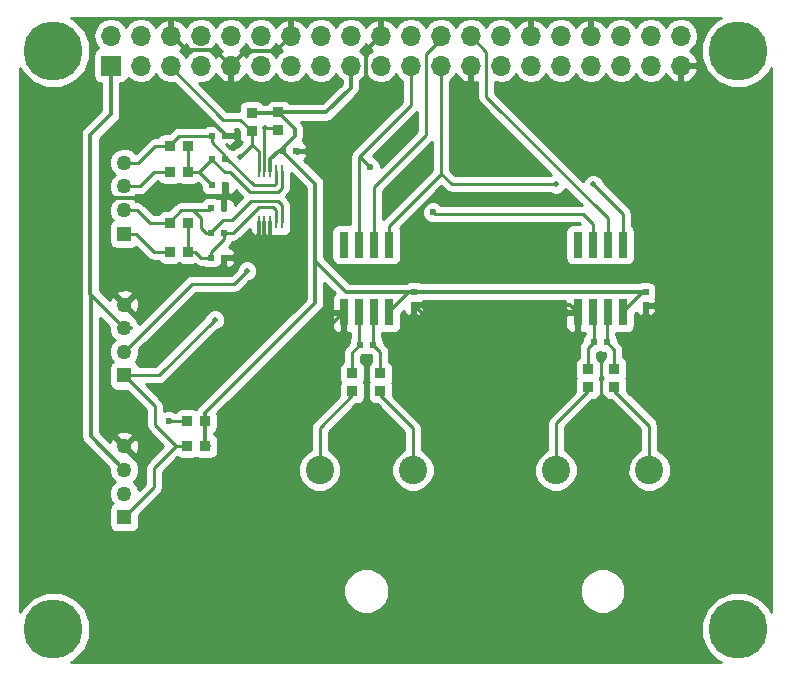
<source format=gtl>
G04 #@! TF.FileFunction,Copper,L1,Top,Signal*
%FSLAX46Y46*%
G04 Gerber Fmt 4.6, Leading zero omitted, Abs format (unit mm)*
G04 Created by KiCad (PCBNEW 4.0.6) date Mon Jun 19 00:08:29 2017*
%MOMM*%
%LPD*%
G01*
G04 APERTURE LIST*
%ADD10C,0.100000*%
%ADD11R,0.889000X0.889000*%
%ADD12C,5.000000*%
%ADD13R,1.270000X1.270000*%
%ADD14C,1.270000*%
%ADD15R,1.700000X1.700000*%
%ADD16O,1.700000X1.700000*%
%ADD17R,0.500000X0.600000*%
%ADD18R,0.600000X0.500000*%
%ADD19C,2.400000*%
%ADD20R,0.797560X2.199640*%
%ADD21R,0.250000X1.100000*%
%ADD22C,0.500000*%
%ADD23C,0.600000*%
%ADD24C,0.300000*%
%ADD25C,0.350000*%
%ADD26C,0.250000*%
%ADD27C,0.254000*%
G04 APERTURE END LIST*
D10*
D11*
X131200000Y-132362000D03*
X131200000Y-130838000D03*
D12*
X103500000Y-152500000D03*
X161500000Y-152500000D03*
X161500000Y-103500000D03*
X103500000Y-103500000D03*
D13*
X109500000Y-142999740D03*
D14*
X109500000Y-140998220D03*
X109500000Y-139001780D03*
X109500000Y-137000260D03*
D13*
X109500000Y-130999740D03*
D14*
X109500000Y-128998220D03*
X109500000Y-127001780D03*
X109500000Y-125000260D03*
D13*
X109500000Y-118999740D03*
D14*
X109500000Y-116998220D03*
X109500000Y-115001780D03*
X109500000Y-113000260D03*
D15*
X108370000Y-104770000D03*
D16*
X108370000Y-102230000D03*
X110910000Y-104770000D03*
X110910000Y-102230000D03*
X113450000Y-104770000D03*
X113450000Y-102230000D03*
X115990000Y-104770000D03*
X115990000Y-102230000D03*
X118530000Y-104770000D03*
X118530000Y-102230000D03*
X121070000Y-104770000D03*
X121070000Y-102230000D03*
X123610000Y-104770000D03*
X123610000Y-102230000D03*
X126150000Y-104770000D03*
X126150000Y-102230000D03*
X128690000Y-104770000D03*
X128690000Y-102230000D03*
X131230000Y-104770000D03*
X131230000Y-102230000D03*
X133770000Y-104770000D03*
X133770000Y-102230000D03*
X136310000Y-104770000D03*
X136310000Y-102230000D03*
X138850000Y-104770000D03*
X138850000Y-102230000D03*
X141390000Y-104770000D03*
X141390000Y-102230000D03*
X143930000Y-104770000D03*
X143930000Y-102230000D03*
X146470000Y-104770000D03*
X146470000Y-102230000D03*
X149010000Y-104770000D03*
X149010000Y-102230000D03*
X151550000Y-104770000D03*
X151550000Y-102230000D03*
X154090000Y-104770000D03*
X154090000Y-102230000D03*
X156630000Y-104770000D03*
X156630000Y-102230000D03*
D17*
X134000000Y-123920000D03*
X134000000Y-125020000D03*
D18*
X117925000Y-121025000D03*
X116825000Y-121025000D03*
X117925000Y-118950000D03*
X116825000Y-118950000D03*
X116825000Y-116825000D03*
X117925000Y-116825000D03*
X130550000Y-128400000D03*
X129450000Y-128400000D03*
X122950000Y-112000000D03*
X124050000Y-112000000D03*
X118000000Y-110700000D03*
X116900000Y-110700000D03*
X118050000Y-112650000D03*
X116950000Y-112650000D03*
X116950000Y-114850000D03*
X118050000Y-114850000D03*
D17*
X153640000Y-123950000D03*
X153640000Y-125050000D03*
D18*
X150350000Y-128200000D03*
X149250000Y-128200000D03*
D19*
X153950000Y-139000000D03*
X146050000Y-139000000D03*
D11*
X114818000Y-134880000D03*
X116342000Y-134880000D03*
X114838000Y-136960000D03*
X116362000Y-136960000D03*
X113338000Y-118125000D03*
X114862000Y-118125000D03*
X114887000Y-120525000D03*
X113363000Y-120525000D03*
X120300000Y-110312000D03*
X120300000Y-108788000D03*
X122550000Y-110262000D03*
X122550000Y-108738000D03*
X114887000Y-111575000D03*
X113363000Y-111575000D03*
X114887000Y-113775000D03*
X113363000Y-113775000D03*
D19*
X133950000Y-139000000D03*
X126050000Y-139000000D03*
D20*
X147897540Y-125667660D03*
X149167540Y-125667660D03*
X150432460Y-125667660D03*
X151702460Y-125667660D03*
X151702460Y-119932340D03*
X150432460Y-119932340D03*
X149167540Y-119932340D03*
X147897540Y-119932340D03*
X128097540Y-125667660D03*
X129367540Y-125667660D03*
X130632460Y-125667660D03*
X131902460Y-125667660D03*
X131902460Y-119932340D03*
X130632460Y-119932340D03*
X129367540Y-119932340D03*
X128097540Y-119932340D03*
D21*
X120875000Y-118025000D03*
X121375000Y-118025000D03*
X121875000Y-118025000D03*
X122375000Y-118025000D03*
X122875000Y-118025000D03*
X122875000Y-113725000D03*
X122375000Y-113725000D03*
X121875000Y-113725000D03*
X121375000Y-113725000D03*
X120875000Y-113725000D03*
D11*
X151000000Y-131962000D03*
X151000000Y-130438000D03*
X148750000Y-132012000D03*
X148750000Y-130488000D03*
X128800000Y-132362000D03*
X128800000Y-130838000D03*
D22*
X112950000Y-115900000D03*
X116450000Y-130475000D03*
X119875000Y-133850000D03*
X111925000Y-109300000D03*
D23*
X139010000Y-130310000D03*
D22*
X139050000Y-120775000D03*
D23*
X133950000Y-114240000D03*
X131750000Y-112020000D03*
X161210000Y-118130000D03*
X161070000Y-130450000D03*
X160850000Y-145540000D03*
X139000000Y-145570000D03*
X114575000Y-145700000D03*
D22*
X119900000Y-122150000D03*
X121425000Y-110075000D03*
D23*
X113260000Y-134880000D03*
D22*
X119300000Y-112475000D03*
X117175000Y-126275000D03*
D23*
X135650000Y-117200000D03*
X130300000Y-113350000D03*
D22*
X149225000Y-114825000D03*
X146050000Y-114800000D03*
D24*
X116342000Y-134880000D02*
X116342000Y-134158000D01*
X125660000Y-124840000D02*
X125660000Y-121300000D01*
X116342000Y-134158000D02*
X125660000Y-124840000D01*
X122950000Y-112000000D02*
X122950000Y-112080000D01*
X122950000Y-112080000D02*
X125660000Y-114790000D01*
X125660000Y-114790000D02*
X125660000Y-121300000D01*
X128280000Y-123920000D02*
X133660000Y-123920000D01*
X125660000Y-121300000D02*
X128280000Y-123920000D01*
X109500000Y-139001780D02*
X109500000Y-139150000D01*
X122950000Y-112000000D02*
X122950000Y-112050000D01*
X122950000Y-112000000D02*
X122575000Y-112000000D01*
X121875000Y-112700000D02*
X121875000Y-113725000D01*
X122575000Y-112000000D02*
X121875000Y-112700000D01*
X122550000Y-108738000D02*
X126612000Y-108738000D01*
X128690000Y-106660000D02*
X128690000Y-104770000D01*
X126612000Y-108738000D02*
X128690000Y-106660000D01*
X122950000Y-112000000D02*
X122950000Y-111750000D01*
X122950000Y-111750000D02*
X123950000Y-110750000D01*
X123950000Y-110750000D02*
X123950000Y-110138000D01*
X123950000Y-110138000D02*
X122550000Y-108738000D01*
X120300000Y-108788000D02*
X122500000Y-108788000D01*
X122500000Y-108788000D02*
X122550000Y-108738000D01*
X116362000Y-136960000D02*
X116640000Y-136960000D01*
X116362000Y-136960000D02*
X116362000Y-134900000D01*
X116362000Y-134900000D02*
X116342000Y-134880000D01*
X116342000Y-134880000D02*
X116342000Y-134864000D01*
D25*
X134000000Y-123920000D02*
X133660000Y-123920000D01*
X133650120Y-123920000D02*
X131902460Y-125667660D01*
X133660000Y-123920000D02*
X133650120Y-123920000D01*
X153640000Y-123950000D02*
X153420120Y-123950000D01*
X153420120Y-123950000D02*
X151702460Y-125667660D01*
X134000000Y-123920000D02*
X153610000Y-123920000D01*
X153610000Y-123920000D02*
X153640000Y-123950000D01*
X109500000Y-127001780D02*
X110051780Y-127001780D01*
X116362000Y-134900000D02*
X116342000Y-134880000D01*
X106649110Y-124150890D02*
X106649110Y-136150890D01*
X106649110Y-136150890D02*
X109500000Y-139001780D01*
X108370000Y-104770000D02*
X108370000Y-108905000D01*
X106625000Y-124126780D02*
X106649110Y-124150890D01*
X106649110Y-124150890D02*
X109500000Y-127001780D01*
X106625000Y-110650000D02*
X106625000Y-124126780D01*
X108370000Y-108905000D02*
X106625000Y-110650000D01*
D24*
X112950000Y-115900000D02*
X111910000Y-115900000D01*
X111800000Y-116010000D02*
X107950000Y-116010000D01*
X111910000Y-115900000D02*
X111800000Y-116010000D01*
X107950000Y-116010000D02*
X108040000Y-116010000D01*
X108040000Y-116010000D02*
X107950000Y-116010000D01*
X117925000Y-121025000D02*
X117925000Y-121500000D01*
X117925000Y-121500000D02*
X117375000Y-122050000D01*
X117375000Y-122050000D02*
X109700000Y-122050000D01*
X109700000Y-122050000D02*
X107950000Y-120300000D01*
X107950000Y-120300000D02*
X107950000Y-116010000D01*
X110975000Y-109300000D02*
X111925000Y-109300000D01*
X107950000Y-116010000D02*
X107950000Y-112325000D01*
X107950000Y-112325000D02*
X110975000Y-109300000D01*
X112950000Y-115900000D02*
X112975000Y-115875000D01*
X112975000Y-115875000D02*
X117925000Y-115875000D01*
X119850000Y-140425000D02*
X119850000Y-133875000D01*
X116450000Y-130475000D02*
X116450000Y-130500000D01*
X119850000Y-133875000D02*
X119875000Y-133850000D01*
X118000000Y-110700000D02*
X118000000Y-110600000D01*
X118000000Y-110600000D02*
X116700000Y-109300000D01*
X116700000Y-109300000D02*
X111925000Y-109300000D01*
X117925000Y-116825000D02*
X117925000Y-115875000D01*
X117925000Y-115875000D02*
X117925000Y-114975000D01*
X117925000Y-114975000D02*
X118050000Y-114850000D01*
X124050000Y-112000000D02*
X125800000Y-112000000D01*
X129975000Y-103485000D02*
X131230000Y-102230000D01*
X129975000Y-107825000D02*
X129975000Y-103485000D01*
X125800000Y-112000000D02*
X129975000Y-107825000D01*
X120875000Y-118025000D02*
X120875000Y-120150000D01*
X120875000Y-120150000D02*
X120900000Y-120125000D01*
X120900000Y-120125000D02*
X120900000Y-120100000D01*
X120900000Y-120100000D02*
X120900000Y-120125000D01*
X121375000Y-118025000D02*
X121375000Y-119325000D01*
X121375000Y-119325000D02*
X121537500Y-119487500D01*
X117925000Y-121025000D02*
X120000000Y-121025000D01*
X121875000Y-119150000D02*
X121875000Y-118025000D01*
X120000000Y-121025000D02*
X120900000Y-120125000D01*
X120900000Y-120125000D02*
X121537500Y-119487500D01*
X121537500Y-119487500D02*
X121875000Y-119150000D01*
X132910000Y-145700000D02*
X138870000Y-145700000D01*
X157560000Y-114480000D02*
X156630000Y-114480000D01*
X161210000Y-118130000D02*
X157560000Y-114480000D01*
X161070000Y-145320000D02*
X161070000Y-130450000D01*
X160850000Y-145540000D02*
X161070000Y-145320000D01*
X138870000Y-145700000D02*
X139000000Y-145570000D01*
X114575000Y-145700000D02*
X132910000Y-145700000D01*
X132910000Y-145700000D02*
X133030000Y-145700000D01*
X136070000Y-127090000D02*
X134000000Y-125020000D01*
X136070000Y-142660000D02*
X136070000Y-127090000D01*
X133030000Y-145700000D02*
X136070000Y-142660000D01*
X156630000Y-104770000D02*
X156630000Y-114480000D01*
X156630000Y-114480000D02*
X156630000Y-123670000D01*
X155250000Y-125050000D02*
X153640000Y-125050000D01*
X156630000Y-123670000D02*
X155250000Y-125050000D01*
X134000000Y-125020000D02*
X147249880Y-125020000D01*
X147249880Y-125020000D02*
X147897540Y-125667660D01*
X126000000Y-127765200D02*
X128097540Y-125667660D01*
X126000000Y-134275000D02*
X126000000Y-127765200D01*
X114575000Y-145700000D02*
X119850000Y-140425000D01*
X119850000Y-140425000D02*
X126000000Y-134275000D01*
X118530000Y-104770000D02*
X118530000Y-104745000D01*
X118530000Y-104745000D02*
X119775000Y-103500000D01*
X119775000Y-103500000D02*
X122340000Y-103500000D01*
X122340000Y-103500000D02*
X123610000Y-102230000D01*
X113450000Y-102230000D02*
X113580000Y-102230000D01*
X113580000Y-102230000D02*
X114800000Y-103450000D01*
X117210000Y-103450000D02*
X118530000Y-104770000D01*
X114800000Y-103450000D02*
X117210000Y-103450000D01*
X113450000Y-102230000D02*
X113450000Y-102425000D01*
D26*
X114887000Y-120525000D02*
X115525000Y-120525000D01*
X116025000Y-121025000D02*
X116825000Y-121025000D01*
X115525000Y-120525000D02*
X116025000Y-121025000D01*
X114887000Y-120525000D02*
X114887000Y-118150000D01*
X114887000Y-118150000D02*
X114862000Y-118125000D01*
X116825000Y-121025000D02*
X116825000Y-120575000D01*
X116825000Y-120575000D02*
X117925000Y-119475000D01*
X117925000Y-119475000D02*
X117925000Y-118950000D01*
X117925000Y-118950000D02*
X118675000Y-118950000D01*
X122375000Y-117000000D02*
X122375000Y-118025000D01*
X122125000Y-116750000D02*
X122375000Y-117000000D01*
X120875000Y-116750000D02*
X122125000Y-116750000D01*
X118675000Y-118950000D02*
X120875000Y-116750000D01*
X116825000Y-118950000D02*
X116400000Y-118950000D01*
X115975000Y-117675000D02*
X115300000Y-117000000D01*
X115975000Y-118525000D02*
X115975000Y-117675000D01*
X116400000Y-118950000D02*
X115975000Y-118525000D01*
X113338000Y-118125000D02*
X113338000Y-118012000D01*
X113338000Y-118012000D02*
X114350000Y-117000000D01*
X114350000Y-117000000D02*
X115300000Y-117000000D01*
X115300000Y-117000000D02*
X116650000Y-117000000D01*
X116650000Y-117000000D02*
X116825000Y-116825000D01*
X116825000Y-118950000D02*
X116825000Y-118875000D01*
X116825000Y-118875000D02*
X117875000Y-117825000D01*
X117875000Y-117825000D02*
X118650000Y-117825000D01*
X118650000Y-117825000D02*
X120250000Y-116225000D01*
X120250000Y-116225000D02*
X122525000Y-116225000D01*
X122525000Y-116225000D02*
X122875000Y-116575000D01*
X122875000Y-116575000D02*
X122875000Y-118025000D01*
X109500000Y-116998220D02*
X110598220Y-116998220D01*
X111725000Y-118125000D02*
X113338000Y-118125000D01*
X110598220Y-116998220D02*
X111725000Y-118125000D01*
X130550000Y-128400000D02*
X130550000Y-125750120D01*
X130550000Y-125750120D02*
X130632460Y-125667660D01*
X131200000Y-130500000D02*
X131200000Y-129050000D01*
X131200000Y-129050000D02*
X130550000Y-128400000D01*
X129367540Y-125667660D02*
X129367540Y-128317540D01*
X129367540Y-128317540D02*
X129450000Y-128400000D01*
X128800000Y-130500000D02*
X128800000Y-129050000D01*
X128800000Y-129050000D02*
X129450000Y-128400000D01*
X118050000Y-112650000D02*
X118050000Y-112425000D01*
X118050000Y-112425000D02*
X116900000Y-111275000D01*
X116900000Y-111275000D02*
X116900000Y-110700000D01*
X118050000Y-112650000D02*
X118225000Y-112650000D01*
X118225000Y-112650000D02*
X120450000Y-114875000D01*
X120450000Y-114875000D02*
X122250000Y-114875000D01*
X122250000Y-114875000D02*
X122375000Y-114750000D01*
X122375000Y-114750000D02*
X122375000Y-113725000D01*
X113363000Y-111575000D02*
X113363000Y-111487000D01*
X113363000Y-111487000D02*
X114150000Y-110700000D01*
X114150000Y-110700000D02*
X116900000Y-110700000D01*
X109500000Y-113000260D02*
X110699740Y-113000260D01*
X112125000Y-111575000D02*
X113363000Y-111575000D01*
X110699740Y-113000260D02*
X112125000Y-111575000D01*
X114887000Y-111575000D02*
X114887000Y-113775000D01*
X116950000Y-112650000D02*
X116950000Y-112725000D01*
X116950000Y-112725000D02*
X118025000Y-113800000D01*
X122875000Y-115100000D02*
X122875000Y-113725000D01*
X122525000Y-115450000D02*
X122875000Y-115100000D01*
X120125000Y-115450000D02*
X122525000Y-115450000D01*
X118475000Y-113800000D02*
X120125000Y-115450000D01*
X118025000Y-113800000D02*
X118475000Y-113800000D01*
X115825000Y-113775000D02*
X115875000Y-113775000D01*
X115875000Y-113775000D02*
X116950000Y-114850000D01*
X114887000Y-113775000D02*
X115825000Y-113775000D01*
X115825000Y-113775000D02*
X116950000Y-112650000D01*
X150350000Y-128200000D02*
X150350000Y-125750120D01*
X150350000Y-125750120D02*
X150432460Y-125667660D01*
X151000000Y-130100000D02*
X151000000Y-128850000D01*
X151000000Y-128850000D02*
X150350000Y-128200000D01*
X149250000Y-128200000D02*
X149250000Y-125750120D01*
X149250000Y-125750120D02*
X149167540Y-125667660D01*
X148750000Y-130150000D02*
X148750000Y-128700000D01*
X148750000Y-128700000D02*
X149250000Y-128200000D01*
X133950000Y-139000000D02*
X133950000Y-135450000D01*
X133950000Y-135450000D02*
X131200000Y-132700000D01*
X126050000Y-139000000D02*
X126050000Y-135450000D01*
X126050000Y-135450000D02*
X128800000Y-132700000D01*
X153950000Y-139000000D02*
X153950000Y-135250000D01*
X153950000Y-135250000D02*
X151000000Y-132300000D01*
X146050000Y-139000000D02*
X146050000Y-135050000D01*
X146050000Y-135050000D02*
X148750000Y-132350000D01*
X115273220Y-123225000D02*
X109500000Y-128998220D01*
X118825000Y-123225000D02*
X115273220Y-123225000D01*
X119900000Y-122150000D02*
X118825000Y-123225000D01*
X121425000Y-110075000D02*
X122363000Y-110075000D01*
X122363000Y-110075000D02*
X122550000Y-110262000D01*
X121375000Y-110125000D02*
X121375000Y-113725000D01*
X121425000Y-110075000D02*
X121375000Y-110125000D01*
X122550000Y-110262000D02*
X122550000Y-110500000D01*
X114818000Y-134864000D02*
X114818000Y-134880000D01*
X114818000Y-134880000D02*
X113260000Y-134880000D01*
X109500000Y-130999740D02*
X112450260Y-130999740D01*
X120387500Y-111537500D02*
X120300000Y-111537500D01*
X120237500Y-111537500D02*
X120387500Y-111537500D01*
X119300000Y-112475000D02*
X120237500Y-111537500D01*
X112450260Y-130999740D02*
X117175000Y-126275000D01*
X120300000Y-110312000D02*
X120300000Y-111425000D01*
X120300000Y-111425000D02*
X120300000Y-111537500D01*
X120300000Y-111537500D02*
X120300000Y-111450000D01*
X120875000Y-112025000D02*
X120875000Y-113725000D01*
X120300000Y-111450000D02*
X120875000Y-112025000D01*
X113450000Y-104770000D02*
X113450000Y-104925000D01*
X113450000Y-104925000D02*
X117875000Y-109350000D01*
X119338000Y-109350000D02*
X120300000Y-110312000D01*
X117875000Y-109350000D02*
X119338000Y-109350000D01*
X113450000Y-104770000D02*
X113610000Y-104770000D01*
X113890000Y-136960000D02*
X113880000Y-136960000D01*
X112110000Y-133609740D02*
X109500000Y-130999740D01*
X112110000Y-135190000D02*
X112110000Y-133609740D01*
X113880000Y-136960000D02*
X112110000Y-135190000D01*
X114838000Y-136960000D02*
X113890000Y-136960000D01*
X112020000Y-140479740D02*
X109500000Y-142999740D01*
X112020000Y-138830000D02*
X112020000Y-140479740D01*
X113890000Y-136960000D02*
X112020000Y-138830000D01*
X109500000Y-142999740D02*
X109860260Y-142999740D01*
X129367540Y-112550000D02*
X129500000Y-112550000D01*
X149167540Y-118167540D02*
X149167540Y-119932340D01*
X148350000Y-117350000D02*
X149167540Y-118167540D01*
X135800000Y-117350000D02*
X148350000Y-117350000D01*
X135650000Y-117200000D02*
X135800000Y-117350000D01*
X129500000Y-112550000D02*
X130300000Y-113350000D01*
X133770000Y-104770000D02*
X133770000Y-108130000D01*
X129367540Y-112532460D02*
X129367540Y-112550000D01*
X129367540Y-112550000D02*
X129367540Y-119932340D01*
X133770000Y-108130000D02*
X129367540Y-112532460D01*
X129300000Y-119864800D02*
X129367540Y-119932340D01*
X136310000Y-113925000D02*
X136350000Y-113925000D01*
X151702460Y-117302460D02*
X151702460Y-119932340D01*
X149225000Y-114825000D02*
X151702460Y-117302460D01*
X137225000Y-114800000D02*
X146050000Y-114800000D01*
X136350000Y-113925000D02*
X137225000Y-114800000D01*
X136310000Y-104770000D02*
X136310000Y-113925000D01*
X136310000Y-113925000D02*
X136310000Y-113940000D01*
X131902460Y-118347540D02*
X131902460Y-119932340D01*
X136310000Y-113940000D02*
X131902460Y-118347540D01*
X136310000Y-102230000D02*
X136310000Y-102490000D01*
X136310000Y-102490000D02*
X135050000Y-103750000D01*
X130632460Y-115067540D02*
X130632460Y-119932340D01*
X135050000Y-110650000D02*
X130632460Y-115067540D01*
X135050000Y-103750000D02*
X135050000Y-110650000D01*
X136310000Y-102230000D02*
X136070000Y-102230000D01*
X136310000Y-102230000D02*
X136310000Y-102510000D01*
X138850000Y-102230000D02*
X138850000Y-102300000D01*
X138850000Y-102300000D02*
X140150000Y-103600000D01*
X150432460Y-117682460D02*
X150432460Y-119932340D01*
X140150000Y-107400000D02*
X150432460Y-117682460D01*
X140150000Y-103600000D02*
X140150000Y-107400000D01*
X138850000Y-102230000D02*
X139030000Y-102230000D01*
X138850000Y-102230000D02*
X138850000Y-102450000D01*
X138850000Y-102230000D02*
X138930000Y-102230000D01*
X109500000Y-118999740D02*
X110474740Y-118999740D01*
X112000000Y-120525000D02*
X113363000Y-120525000D01*
X110474740Y-118999740D02*
X112000000Y-120525000D01*
X109500000Y-115001780D02*
X110823220Y-115001780D01*
X112050000Y-113775000D02*
X113363000Y-113775000D01*
X110823220Y-115001780D02*
X112050000Y-113775000D01*
D27*
G36*
X159726485Y-100840727D02*
X158843826Y-101721847D01*
X158365546Y-102873674D01*
X158364457Y-104120854D01*
X158840727Y-105273515D01*
X159721847Y-106156174D01*
X160873674Y-106634454D01*
X162120854Y-106635543D01*
X163273515Y-106159273D01*
X164156174Y-105278153D01*
X164290000Y-104955864D01*
X164290000Y-151042868D01*
X164159273Y-150726485D01*
X163278153Y-149843826D01*
X162126326Y-149365546D01*
X160879146Y-149364457D01*
X159726485Y-149840727D01*
X158843826Y-150721847D01*
X158365546Y-151873674D01*
X158364457Y-153120854D01*
X158840727Y-154273515D01*
X159721847Y-155156174D01*
X160044136Y-155290000D01*
X104957132Y-155290000D01*
X105273515Y-155159273D01*
X106156174Y-154278153D01*
X106634454Y-153126326D01*
X106635543Y-151879146D01*
X106159273Y-150726485D01*
X105278153Y-149843826D01*
X104770926Y-149633207D01*
X128064665Y-149633207D01*
X128358630Y-150344658D01*
X128902479Y-150889457D01*
X129613416Y-151184663D01*
X130383207Y-151185335D01*
X131094658Y-150891370D01*
X131639457Y-150347521D01*
X131934663Y-149636584D01*
X131934665Y-149633207D01*
X148064665Y-149633207D01*
X148358630Y-150344658D01*
X148902479Y-150889457D01*
X149613416Y-151184663D01*
X150383207Y-151185335D01*
X151094658Y-150891370D01*
X151639457Y-150347521D01*
X151934663Y-149636584D01*
X151935335Y-148866793D01*
X151641370Y-148155342D01*
X151097521Y-147610543D01*
X150386584Y-147315337D01*
X149616793Y-147314665D01*
X148905342Y-147608630D01*
X148360543Y-148152479D01*
X148065337Y-148863416D01*
X148064665Y-149633207D01*
X131934665Y-149633207D01*
X131935335Y-148866793D01*
X131641370Y-148155342D01*
X131097521Y-147610543D01*
X130386584Y-147315337D01*
X129616793Y-147314665D01*
X128905342Y-147608630D01*
X128360543Y-148152479D01*
X128065337Y-148863416D01*
X128064665Y-149633207D01*
X104770926Y-149633207D01*
X104126326Y-149365546D01*
X102879146Y-149364457D01*
X101726485Y-149840727D01*
X100843826Y-150721847D01*
X100710000Y-151044136D01*
X100710000Y-110650000D01*
X105815000Y-110650000D01*
X105815000Y-124126780D01*
X105839110Y-124247988D01*
X105839110Y-136150890D01*
X105900768Y-136460864D01*
X105937275Y-136515500D01*
X106076354Y-136723646D01*
X108230108Y-138877401D01*
X108229780Y-139253290D01*
X108422718Y-139720238D01*
X108702167Y-140000175D01*
X108423974Y-140277883D01*
X108230221Y-140744493D01*
X108229780Y-141249730D01*
X108422718Y-141716678D01*
X108530957Y-141825106D01*
X108413559Y-141900650D01*
X108268569Y-142112850D01*
X108217560Y-142364740D01*
X108217560Y-143634740D01*
X108261838Y-143870057D01*
X108400910Y-144086181D01*
X108613110Y-144231171D01*
X108865000Y-144282180D01*
X110135000Y-144282180D01*
X110370317Y-144237902D01*
X110586441Y-144098830D01*
X110731431Y-143886630D01*
X110782440Y-143634740D01*
X110782440Y-142792102D01*
X112557401Y-141017141D01*
X112722148Y-140770580D01*
X112780000Y-140479740D01*
X112780000Y-139144802D01*
X114012255Y-137912547D01*
X114141610Y-138000931D01*
X114393500Y-138051940D01*
X115282500Y-138051940D01*
X115517817Y-138007662D01*
X115599003Y-137955420D01*
X115665610Y-138000931D01*
X115917500Y-138051940D01*
X116806500Y-138051940D01*
X117041817Y-138007662D01*
X117257941Y-137868590D01*
X117402931Y-137656390D01*
X117453940Y-137404500D01*
X117453940Y-136515500D01*
X117409662Y-136280183D01*
X117270590Y-136064059D01*
X117147000Y-135979614D01*
X117147000Y-135847109D01*
X117237941Y-135788590D01*
X117382931Y-135576390D01*
X117433940Y-135324500D01*
X117433940Y-134435500D01*
X117392879Y-134217279D01*
X125656748Y-125953410D01*
X127063760Y-125953410D01*
X127063760Y-126893790D01*
X127160433Y-127127179D01*
X127339062Y-127305807D01*
X127572451Y-127402480D01*
X127811790Y-127402480D01*
X127970540Y-127243730D01*
X127970540Y-125794660D01*
X127222510Y-125794660D01*
X127063760Y-125953410D01*
X125656748Y-125953410D01*
X126215079Y-125395079D01*
X126385245Y-125140407D01*
X126445000Y-124840000D01*
X126445000Y-123195157D01*
X127309209Y-124059366D01*
X127160433Y-124208141D01*
X127063760Y-124441530D01*
X127063760Y-125381910D01*
X127222510Y-125540660D01*
X127970540Y-125540660D01*
X127970540Y-125520660D01*
X128224540Y-125520660D01*
X128224540Y-125540660D01*
X128244540Y-125540660D01*
X128244540Y-125794660D01*
X128224540Y-125794660D01*
X128224540Y-127243730D01*
X128383290Y-127402480D01*
X128607540Y-127402480D01*
X128607540Y-127819121D01*
X128553569Y-127898110D01*
X128502560Y-128150000D01*
X128502560Y-128272638D01*
X128262599Y-128512599D01*
X128097852Y-128759161D01*
X128040000Y-129050000D01*
X128040000Y-129841934D01*
X127904059Y-129929410D01*
X127759069Y-130141610D01*
X127708060Y-130393500D01*
X127708060Y-131282500D01*
X127752338Y-131517817D01*
X127804580Y-131599003D01*
X127759069Y-131665610D01*
X127708060Y-131917500D01*
X127708060Y-132717138D01*
X125512599Y-134912599D01*
X125347852Y-135159161D01*
X125290000Y-135450000D01*
X125290000Y-137328552D01*
X125011914Y-137443455D01*
X124495270Y-137959199D01*
X124215319Y-138633395D01*
X124214682Y-139363403D01*
X124493455Y-140038086D01*
X125009199Y-140554730D01*
X125683395Y-140834681D01*
X126413403Y-140835318D01*
X127088086Y-140556545D01*
X127604730Y-140040801D01*
X127884681Y-139366605D01*
X127885318Y-138636597D01*
X127606545Y-137961914D01*
X127090801Y-137445270D01*
X126810000Y-137328671D01*
X126810000Y-135764802D01*
X129120862Y-133453940D01*
X129244500Y-133453940D01*
X129479817Y-133409662D01*
X129695941Y-133270590D01*
X129840931Y-133058390D01*
X129891940Y-132806500D01*
X129891940Y-131917500D01*
X129847662Y-131682183D01*
X129795420Y-131600997D01*
X129840931Y-131534390D01*
X129891940Y-131282500D01*
X129891940Y-130393500D01*
X129847662Y-130158183D01*
X129708590Y-129942059D01*
X129560000Y-129840532D01*
X129560000Y-129364802D01*
X129627362Y-129297440D01*
X129750000Y-129297440D01*
X129985317Y-129253162D01*
X129996979Y-129245658D01*
X129998110Y-129246431D01*
X130250000Y-129297440D01*
X130372638Y-129297440D01*
X130440000Y-129364802D01*
X130440000Y-129841934D01*
X130304059Y-129929410D01*
X130159069Y-130141610D01*
X130108060Y-130393500D01*
X130108060Y-131282500D01*
X130152338Y-131517817D01*
X130204580Y-131599003D01*
X130159069Y-131665610D01*
X130108060Y-131917500D01*
X130108060Y-132806500D01*
X130152338Y-133041817D01*
X130291410Y-133257941D01*
X130503610Y-133402931D01*
X130755500Y-133453940D01*
X130879138Y-133453940D01*
X133190000Y-135764802D01*
X133190000Y-137328552D01*
X132911914Y-137443455D01*
X132395270Y-137959199D01*
X132115319Y-138633395D01*
X132114682Y-139363403D01*
X132393455Y-140038086D01*
X132909199Y-140554730D01*
X133583395Y-140834681D01*
X134313403Y-140835318D01*
X134988086Y-140556545D01*
X135504730Y-140040801D01*
X135784681Y-139366605D01*
X135785318Y-138636597D01*
X135506545Y-137961914D01*
X134990801Y-137445270D01*
X134710000Y-137328671D01*
X134710000Y-135450000D01*
X134703516Y-135417401D01*
X134652148Y-135159160D01*
X134487401Y-134912599D01*
X132291940Y-132717138D01*
X132291940Y-131917500D01*
X132247662Y-131682183D01*
X132195420Y-131600997D01*
X132240931Y-131534390D01*
X132291940Y-131282500D01*
X132291940Y-130393500D01*
X132247662Y-130158183D01*
X132108590Y-129942059D01*
X131960000Y-129840532D01*
X131960000Y-129050000D01*
X131902148Y-128759161D01*
X131737401Y-128512599D01*
X131497440Y-128272638D01*
X131497440Y-128150000D01*
X131453162Y-127914683D01*
X131314090Y-127698559D01*
X131310000Y-127695764D01*
X131310000Y-127375699D01*
X131503680Y-127414920D01*
X132301240Y-127414920D01*
X132536557Y-127370642D01*
X132752681Y-127231570D01*
X132897671Y-127019370D01*
X132948680Y-126767480D01*
X132948680Y-125766952D01*
X133160200Y-125555432D01*
X133211673Y-125679698D01*
X133390301Y-125858327D01*
X133623690Y-125955000D01*
X133716250Y-125955000D01*
X133875000Y-125796250D01*
X133875000Y-125147000D01*
X134125000Y-125147000D01*
X134125000Y-125796250D01*
X134283750Y-125955000D01*
X134376310Y-125955000D01*
X134380148Y-125953410D01*
X146863760Y-125953410D01*
X146863760Y-126893790D01*
X146960433Y-127127179D01*
X147139062Y-127305807D01*
X147372451Y-127402480D01*
X147611790Y-127402480D01*
X147770540Y-127243730D01*
X147770540Y-125794660D01*
X147022510Y-125794660D01*
X146863760Y-125953410D01*
X134380148Y-125953410D01*
X134609699Y-125858327D01*
X134788327Y-125679698D01*
X134885000Y-125446309D01*
X134885000Y-125305750D01*
X134726250Y-125147000D01*
X134125000Y-125147000D01*
X133875000Y-125147000D01*
X133853000Y-125147000D01*
X133853000Y-124893000D01*
X133875000Y-124893000D01*
X133875000Y-124873000D01*
X134125000Y-124873000D01*
X134125000Y-124893000D01*
X134726250Y-124893000D01*
X134885000Y-124734250D01*
X134885000Y-124730000D01*
X146863760Y-124730000D01*
X146863760Y-125381910D01*
X147022510Y-125540660D01*
X147770540Y-125540660D01*
X147770540Y-125520660D01*
X148024540Y-125520660D01*
X148024540Y-125540660D01*
X148044540Y-125540660D01*
X148044540Y-125794660D01*
X148024540Y-125794660D01*
X148024540Y-127243730D01*
X148183290Y-127402480D01*
X148422629Y-127402480D01*
X148490000Y-127374574D01*
X148490000Y-127498437D01*
X148353569Y-127698110D01*
X148302560Y-127950000D01*
X148302560Y-128072638D01*
X148212599Y-128162599D01*
X148047852Y-128409161D01*
X147990000Y-128700000D01*
X147990000Y-129491934D01*
X147854059Y-129579410D01*
X147709069Y-129791610D01*
X147658060Y-130043500D01*
X147658060Y-130932500D01*
X147702338Y-131167817D01*
X147754580Y-131249003D01*
X147709069Y-131315610D01*
X147658060Y-131567500D01*
X147658060Y-132367138D01*
X145512599Y-134512599D01*
X145347852Y-134759161D01*
X145290000Y-135050000D01*
X145290000Y-137328552D01*
X145011914Y-137443455D01*
X144495270Y-137959199D01*
X144215319Y-138633395D01*
X144214682Y-139363403D01*
X144493455Y-140038086D01*
X145009199Y-140554730D01*
X145683395Y-140834681D01*
X146413403Y-140835318D01*
X147088086Y-140556545D01*
X147604730Y-140040801D01*
X147884681Y-139366605D01*
X147885318Y-138636597D01*
X147606545Y-137961914D01*
X147090801Y-137445270D01*
X146810000Y-137328671D01*
X146810000Y-135364802D01*
X149070862Y-133103940D01*
X149194500Y-133103940D01*
X149429817Y-133059662D01*
X149645941Y-132920590D01*
X149790931Y-132708390D01*
X149841940Y-132456500D01*
X149841940Y-131567500D01*
X149797662Y-131332183D01*
X149745420Y-131250997D01*
X149790931Y-131184390D01*
X149841940Y-130932500D01*
X149841940Y-130043500D01*
X149797662Y-129808183D01*
X149658590Y-129592059D01*
X149510000Y-129490532D01*
X149510000Y-129097440D01*
X149550000Y-129097440D01*
X149785317Y-129053162D01*
X149796979Y-129045658D01*
X149798110Y-129046431D01*
X150050000Y-129097440D01*
X150172638Y-129097440D01*
X150240000Y-129164802D01*
X150240000Y-129441934D01*
X150104059Y-129529410D01*
X149959069Y-129741610D01*
X149908060Y-129993500D01*
X149908060Y-130882500D01*
X149952338Y-131117817D01*
X150004580Y-131199003D01*
X149959069Y-131265610D01*
X149908060Y-131517500D01*
X149908060Y-132406500D01*
X149952338Y-132641817D01*
X150091410Y-132857941D01*
X150303610Y-133002931D01*
X150555500Y-133053940D01*
X150679138Y-133053940D01*
X153190000Y-135564802D01*
X153190000Y-137328552D01*
X152911914Y-137443455D01*
X152395270Y-137959199D01*
X152115319Y-138633395D01*
X152114682Y-139363403D01*
X152393455Y-140038086D01*
X152909199Y-140554730D01*
X153583395Y-140834681D01*
X154313403Y-140835318D01*
X154988086Y-140556545D01*
X155504730Y-140040801D01*
X155784681Y-139366605D01*
X155785318Y-138636597D01*
X155506545Y-137961914D01*
X154990801Y-137445270D01*
X154710000Y-137328671D01*
X154710000Y-135250000D01*
X154652148Y-134959161D01*
X154487401Y-134712599D01*
X152091940Y-132317138D01*
X152091940Y-131517500D01*
X152047662Y-131282183D01*
X151995420Y-131200997D01*
X152040931Y-131134390D01*
X152091940Y-130882500D01*
X152091940Y-129993500D01*
X152047662Y-129758183D01*
X151908590Y-129542059D01*
X151760000Y-129440532D01*
X151760000Y-128850000D01*
X151702148Y-128559161D01*
X151537401Y-128312599D01*
X151297440Y-128072638D01*
X151297440Y-127950000D01*
X151253162Y-127714683D01*
X151114090Y-127498559D01*
X151110000Y-127495764D01*
X151110000Y-127375699D01*
X151303680Y-127414920D01*
X152101240Y-127414920D01*
X152336557Y-127370642D01*
X152552681Y-127231570D01*
X152697671Y-127019370D01*
X152748680Y-126767480D01*
X152748680Y-125766952D01*
X152838276Y-125677356D01*
X152851673Y-125709698D01*
X153030301Y-125888327D01*
X153263690Y-125985000D01*
X153356250Y-125985000D01*
X153515000Y-125826250D01*
X153515000Y-125177000D01*
X153765000Y-125177000D01*
X153765000Y-125826250D01*
X153923750Y-125985000D01*
X154016310Y-125985000D01*
X154249699Y-125888327D01*
X154428327Y-125709698D01*
X154525000Y-125476309D01*
X154525000Y-125335750D01*
X154366250Y-125177000D01*
X153765000Y-125177000D01*
X153515000Y-125177000D01*
X153493000Y-125177000D01*
X153493000Y-125022633D01*
X153612633Y-124903000D01*
X153765000Y-124903000D01*
X153765000Y-124923000D01*
X154366250Y-124923000D01*
X154525000Y-124764250D01*
X154525000Y-124623691D01*
X154479033Y-124512717D01*
X154486431Y-124501890D01*
X154537440Y-124250000D01*
X154537440Y-123650000D01*
X154493162Y-123414683D01*
X154354090Y-123198559D01*
X154141890Y-123053569D01*
X153890000Y-123002560D01*
X153390000Y-123002560D01*
X153154683Y-123046838D01*
X153056526Y-123110000D01*
X134628386Y-123110000D01*
X134501890Y-123023569D01*
X134250000Y-122972560D01*
X133750000Y-122972560D01*
X133514683Y-123016838D01*
X133331054Y-123135000D01*
X128605157Y-123135000D01*
X126445000Y-120974842D01*
X126445000Y-114790000D01*
X126385245Y-114489594D01*
X126215079Y-114234921D01*
X124739092Y-112758934D01*
X124888327Y-112609699D01*
X124985000Y-112376310D01*
X124985000Y-112283750D01*
X124826250Y-112125000D01*
X124177000Y-112125000D01*
X124177000Y-112147000D01*
X124127158Y-112147000D01*
X123903000Y-111922842D01*
X123903000Y-111907158D01*
X123957158Y-111853000D01*
X124177000Y-111853000D01*
X124177000Y-111875000D01*
X124826250Y-111875000D01*
X124985000Y-111716250D01*
X124985000Y-111623690D01*
X124888327Y-111390301D01*
X124709698Y-111211673D01*
X124598317Y-111165537D01*
X124675245Y-111050406D01*
X124735001Y-110750000D01*
X124735000Y-110749995D01*
X124735000Y-110138000D01*
X124695615Y-109940000D01*
X124675245Y-109837593D01*
X124505079Y-109582921D01*
X124445158Y-109523000D01*
X126612000Y-109523000D01*
X126912407Y-109463245D01*
X127167079Y-109293079D01*
X129245079Y-107215079D01*
X129415245Y-106960406D01*
X129475000Y-106660000D01*
X129475000Y-106026250D01*
X129740054Y-105849147D01*
X129960000Y-105519974D01*
X130179946Y-105849147D01*
X130661715Y-106171054D01*
X131230000Y-106284093D01*
X131798285Y-106171054D01*
X132280054Y-105849147D01*
X132500000Y-105519974D01*
X132719946Y-105849147D01*
X133010000Y-106042954D01*
X133010000Y-107815198D01*
X128830139Y-111995059D01*
X128665392Y-112241621D01*
X128607540Y-112532460D01*
X128607540Y-118207603D01*
X128496320Y-118185080D01*
X127698760Y-118185080D01*
X127463443Y-118229358D01*
X127247319Y-118368430D01*
X127102329Y-118580630D01*
X127051320Y-118832520D01*
X127051320Y-121032160D01*
X127095598Y-121267477D01*
X127234670Y-121483601D01*
X127446870Y-121628591D01*
X127698760Y-121679600D01*
X128496320Y-121679600D01*
X128731637Y-121635322D01*
X128736059Y-121632477D01*
X128968760Y-121679600D01*
X129766320Y-121679600D01*
X130001637Y-121635322D01*
X130004843Y-121633259D01*
X130233680Y-121679600D01*
X131031240Y-121679600D01*
X131266557Y-121635322D01*
X131270979Y-121632477D01*
X131503680Y-121679600D01*
X132301240Y-121679600D01*
X132536557Y-121635322D01*
X132752681Y-121496250D01*
X132897671Y-121284050D01*
X132948680Y-121032160D01*
X132948680Y-118832520D01*
X132904402Y-118597203D01*
X132835177Y-118489625D01*
X136337500Y-114987302D01*
X136687599Y-115337401D01*
X136934161Y-115502148D01*
X137225000Y-115560000D01*
X145572527Y-115560000D01*
X145873190Y-115684846D01*
X146225265Y-115685153D01*
X146550657Y-115550704D01*
X146799829Y-115301967D01*
X146851860Y-115176662D01*
X148265198Y-116590000D01*
X136362201Y-116590000D01*
X136180327Y-116407808D01*
X135836799Y-116265162D01*
X135464833Y-116264838D01*
X135121057Y-116406883D01*
X134857808Y-116669673D01*
X134715162Y-117013201D01*
X134714838Y-117385167D01*
X134856883Y-117728943D01*
X135119673Y-117992192D01*
X135463201Y-118134838D01*
X135835167Y-118135162D01*
X135896064Y-118110000D01*
X148035198Y-118110000D01*
X148110278Y-118185080D01*
X147498760Y-118185080D01*
X147263443Y-118229358D01*
X147047319Y-118368430D01*
X146902329Y-118580630D01*
X146851320Y-118832520D01*
X146851320Y-121032160D01*
X146895598Y-121267477D01*
X147034670Y-121483601D01*
X147246870Y-121628591D01*
X147498760Y-121679600D01*
X148296320Y-121679600D01*
X148531637Y-121635322D01*
X148536059Y-121632477D01*
X148768760Y-121679600D01*
X149566320Y-121679600D01*
X149801637Y-121635322D01*
X149804843Y-121633259D01*
X150033680Y-121679600D01*
X150831240Y-121679600D01*
X151066557Y-121635322D01*
X151070979Y-121632477D01*
X151303680Y-121679600D01*
X152101240Y-121679600D01*
X152336557Y-121635322D01*
X152552681Y-121496250D01*
X152697671Y-121284050D01*
X152748680Y-121032160D01*
X152748680Y-118832520D01*
X152704402Y-118597203D01*
X152565330Y-118381079D01*
X152462460Y-118310791D01*
X152462460Y-117302460D01*
X152404608Y-117011621D01*
X152239861Y-116765059D01*
X150100025Y-114625223D01*
X149975704Y-114324343D01*
X149726967Y-114075171D01*
X149401810Y-113940154D01*
X149049735Y-113939847D01*
X148724343Y-114074296D01*
X148475171Y-114323033D01*
X148379129Y-114554327D01*
X140910000Y-107085198D01*
X140910000Y-106188615D01*
X141390000Y-106284093D01*
X141958285Y-106171054D01*
X142440054Y-105849147D01*
X142660000Y-105519974D01*
X142879946Y-105849147D01*
X143361715Y-106171054D01*
X143930000Y-106284093D01*
X144498285Y-106171054D01*
X144980054Y-105849147D01*
X145200000Y-105519974D01*
X145419946Y-105849147D01*
X145901715Y-106171054D01*
X146470000Y-106284093D01*
X147038285Y-106171054D01*
X147520054Y-105849147D01*
X147740000Y-105519974D01*
X147959946Y-105849147D01*
X148441715Y-106171054D01*
X149010000Y-106284093D01*
X149578285Y-106171054D01*
X150060054Y-105849147D01*
X150280000Y-105519974D01*
X150499946Y-105849147D01*
X150981715Y-106171054D01*
X151550000Y-106284093D01*
X152118285Y-106171054D01*
X152600054Y-105849147D01*
X152820000Y-105519974D01*
X153039946Y-105849147D01*
X153521715Y-106171054D01*
X154090000Y-106284093D01*
X154658285Y-106171054D01*
X155140054Y-105849147D01*
X155367702Y-105508447D01*
X155434817Y-105651358D01*
X155863076Y-106041645D01*
X156273110Y-106211476D01*
X156503000Y-106090155D01*
X156503000Y-104897000D01*
X156757000Y-104897000D01*
X156757000Y-106090155D01*
X156986890Y-106211476D01*
X157396924Y-106041645D01*
X157825183Y-105651358D01*
X158071486Y-105126892D01*
X157950819Y-104897000D01*
X156757000Y-104897000D01*
X156503000Y-104897000D01*
X156483000Y-104897000D01*
X156483000Y-104643000D01*
X156503000Y-104643000D01*
X156503000Y-104623000D01*
X156757000Y-104623000D01*
X156757000Y-104643000D01*
X157950819Y-104643000D01*
X158071486Y-104413108D01*
X157825183Y-103888642D01*
X157396924Y-103498355D01*
X157396899Y-103498345D01*
X157680054Y-103309147D01*
X158001961Y-102827378D01*
X158115000Y-102259093D01*
X158115000Y-102200907D01*
X158001961Y-101632622D01*
X157680054Y-101150853D01*
X157198285Y-100828946D01*
X156630000Y-100715907D01*
X156061715Y-100828946D01*
X155579946Y-101150853D01*
X155360000Y-101480026D01*
X155140054Y-101150853D01*
X154658285Y-100828946D01*
X154090000Y-100715907D01*
X153521715Y-100828946D01*
X153039946Y-101150853D01*
X152820000Y-101480026D01*
X152600054Y-101150853D01*
X152118285Y-100828946D01*
X151550000Y-100715907D01*
X150981715Y-100828946D01*
X150499946Y-101150853D01*
X150272298Y-101491553D01*
X150205183Y-101348642D01*
X149776924Y-100958355D01*
X149366890Y-100788524D01*
X149137000Y-100909845D01*
X149137000Y-102103000D01*
X149157000Y-102103000D01*
X149157000Y-102357000D01*
X149137000Y-102357000D01*
X149137000Y-102377000D01*
X148883000Y-102377000D01*
X148883000Y-102357000D01*
X148863000Y-102357000D01*
X148863000Y-102103000D01*
X148883000Y-102103000D01*
X148883000Y-100909845D01*
X148653110Y-100788524D01*
X148243076Y-100958355D01*
X147814817Y-101348642D01*
X147747702Y-101491553D01*
X147520054Y-101150853D01*
X147038285Y-100828946D01*
X146470000Y-100715907D01*
X145901715Y-100828946D01*
X145419946Y-101150853D01*
X145192298Y-101491553D01*
X145125183Y-101348642D01*
X144696924Y-100958355D01*
X144286890Y-100788524D01*
X144057000Y-100909845D01*
X144057000Y-102103000D01*
X144077000Y-102103000D01*
X144077000Y-102357000D01*
X144057000Y-102357000D01*
X144057000Y-102377000D01*
X143803000Y-102377000D01*
X143803000Y-102357000D01*
X143783000Y-102357000D01*
X143783000Y-102103000D01*
X143803000Y-102103000D01*
X143803000Y-100909845D01*
X143573110Y-100788524D01*
X143163076Y-100958355D01*
X142734817Y-101348642D01*
X142667702Y-101491553D01*
X142440054Y-101150853D01*
X141958285Y-100828946D01*
X141390000Y-100715907D01*
X140821715Y-100828946D01*
X140339946Y-101150853D01*
X140120000Y-101480026D01*
X139900054Y-101150853D01*
X139418285Y-100828946D01*
X138850000Y-100715907D01*
X138281715Y-100828946D01*
X137799946Y-101150853D01*
X137580000Y-101480026D01*
X137360054Y-101150853D01*
X136878285Y-100828946D01*
X136310000Y-100715907D01*
X135741715Y-100828946D01*
X135259946Y-101150853D01*
X135040000Y-101480026D01*
X134820054Y-101150853D01*
X134338285Y-100828946D01*
X133770000Y-100715907D01*
X133201715Y-100828946D01*
X132719946Y-101150853D01*
X132492298Y-101491553D01*
X132425183Y-101348642D01*
X131996924Y-100958355D01*
X131586890Y-100788524D01*
X131357000Y-100909845D01*
X131357000Y-102103000D01*
X131377000Y-102103000D01*
X131377000Y-102357000D01*
X131357000Y-102357000D01*
X131357000Y-102377000D01*
X131103000Y-102377000D01*
X131103000Y-102357000D01*
X131083000Y-102357000D01*
X131083000Y-102103000D01*
X131103000Y-102103000D01*
X131103000Y-100909845D01*
X130873110Y-100788524D01*
X130463076Y-100958355D01*
X130034817Y-101348642D01*
X129967702Y-101491553D01*
X129740054Y-101150853D01*
X129258285Y-100828946D01*
X128690000Y-100715907D01*
X128121715Y-100828946D01*
X127639946Y-101150853D01*
X127420000Y-101480026D01*
X127200054Y-101150853D01*
X126718285Y-100828946D01*
X126150000Y-100715907D01*
X125581715Y-100828946D01*
X125099946Y-101150853D01*
X124872298Y-101491553D01*
X124805183Y-101348642D01*
X124376924Y-100958355D01*
X123966890Y-100788524D01*
X123737000Y-100909845D01*
X123737000Y-102103000D01*
X123757000Y-102103000D01*
X123757000Y-102357000D01*
X123737000Y-102357000D01*
X123737000Y-102377000D01*
X123483000Y-102377000D01*
X123483000Y-102357000D01*
X123463000Y-102357000D01*
X123463000Y-102103000D01*
X123483000Y-102103000D01*
X123483000Y-100909845D01*
X123253110Y-100788524D01*
X122843076Y-100958355D01*
X122414817Y-101348642D01*
X122347702Y-101491553D01*
X122120054Y-101150853D01*
X121638285Y-100828946D01*
X121070000Y-100715907D01*
X120501715Y-100828946D01*
X120019946Y-101150853D01*
X119800000Y-101480026D01*
X119580054Y-101150853D01*
X119098285Y-100828946D01*
X118530000Y-100715907D01*
X117961715Y-100828946D01*
X117479946Y-101150853D01*
X117260000Y-101480026D01*
X117040054Y-101150853D01*
X116558285Y-100828946D01*
X115990000Y-100715907D01*
X115421715Y-100828946D01*
X114939946Y-101150853D01*
X114712298Y-101491553D01*
X114645183Y-101348642D01*
X114216924Y-100958355D01*
X113806890Y-100788524D01*
X113577000Y-100909845D01*
X113577000Y-102103000D01*
X113597000Y-102103000D01*
X113597000Y-102357000D01*
X113577000Y-102357000D01*
X113577000Y-102377000D01*
X113323000Y-102377000D01*
X113323000Y-102357000D01*
X113303000Y-102357000D01*
X113303000Y-102103000D01*
X113323000Y-102103000D01*
X113323000Y-100909845D01*
X113093110Y-100788524D01*
X112683076Y-100958355D01*
X112254817Y-101348642D01*
X112187702Y-101491553D01*
X111960054Y-101150853D01*
X111478285Y-100828946D01*
X110910000Y-100715907D01*
X110341715Y-100828946D01*
X109859946Y-101150853D01*
X109640000Y-101480026D01*
X109420054Y-101150853D01*
X108938285Y-100828946D01*
X108370000Y-100715907D01*
X107801715Y-100828946D01*
X107319946Y-101150853D01*
X106998039Y-101632622D01*
X106885000Y-102200907D01*
X106885000Y-102259093D01*
X106998039Y-102827378D01*
X107319946Y-103309147D01*
X107321179Y-103309971D01*
X107284683Y-103316838D01*
X107068559Y-103455910D01*
X106923569Y-103668110D01*
X106872560Y-103920000D01*
X106872560Y-105620000D01*
X106916838Y-105855317D01*
X107055910Y-106071441D01*
X107268110Y-106216431D01*
X107520000Y-106267440D01*
X107560000Y-106267440D01*
X107560000Y-108569487D01*
X106052244Y-110077244D01*
X105876658Y-110340026D01*
X105815000Y-110650000D01*
X100710000Y-110650000D01*
X100710000Y-104957132D01*
X100840727Y-105273515D01*
X101721847Y-106156174D01*
X102873674Y-106634454D01*
X104120854Y-106635543D01*
X105273515Y-106159273D01*
X106156174Y-105278153D01*
X106634454Y-104126326D01*
X106635543Y-102879146D01*
X106159273Y-101726485D01*
X105278153Y-100843826D01*
X104955864Y-100710000D01*
X160042868Y-100710000D01*
X159726485Y-100840727D01*
X159726485Y-100840727D01*
G37*
X159726485Y-100840727D02*
X158843826Y-101721847D01*
X158365546Y-102873674D01*
X158364457Y-104120854D01*
X158840727Y-105273515D01*
X159721847Y-106156174D01*
X160873674Y-106634454D01*
X162120854Y-106635543D01*
X163273515Y-106159273D01*
X164156174Y-105278153D01*
X164290000Y-104955864D01*
X164290000Y-151042868D01*
X164159273Y-150726485D01*
X163278153Y-149843826D01*
X162126326Y-149365546D01*
X160879146Y-149364457D01*
X159726485Y-149840727D01*
X158843826Y-150721847D01*
X158365546Y-151873674D01*
X158364457Y-153120854D01*
X158840727Y-154273515D01*
X159721847Y-155156174D01*
X160044136Y-155290000D01*
X104957132Y-155290000D01*
X105273515Y-155159273D01*
X106156174Y-154278153D01*
X106634454Y-153126326D01*
X106635543Y-151879146D01*
X106159273Y-150726485D01*
X105278153Y-149843826D01*
X104770926Y-149633207D01*
X128064665Y-149633207D01*
X128358630Y-150344658D01*
X128902479Y-150889457D01*
X129613416Y-151184663D01*
X130383207Y-151185335D01*
X131094658Y-150891370D01*
X131639457Y-150347521D01*
X131934663Y-149636584D01*
X131934665Y-149633207D01*
X148064665Y-149633207D01*
X148358630Y-150344658D01*
X148902479Y-150889457D01*
X149613416Y-151184663D01*
X150383207Y-151185335D01*
X151094658Y-150891370D01*
X151639457Y-150347521D01*
X151934663Y-149636584D01*
X151935335Y-148866793D01*
X151641370Y-148155342D01*
X151097521Y-147610543D01*
X150386584Y-147315337D01*
X149616793Y-147314665D01*
X148905342Y-147608630D01*
X148360543Y-148152479D01*
X148065337Y-148863416D01*
X148064665Y-149633207D01*
X131934665Y-149633207D01*
X131935335Y-148866793D01*
X131641370Y-148155342D01*
X131097521Y-147610543D01*
X130386584Y-147315337D01*
X129616793Y-147314665D01*
X128905342Y-147608630D01*
X128360543Y-148152479D01*
X128065337Y-148863416D01*
X128064665Y-149633207D01*
X104770926Y-149633207D01*
X104126326Y-149365546D01*
X102879146Y-149364457D01*
X101726485Y-149840727D01*
X100843826Y-150721847D01*
X100710000Y-151044136D01*
X100710000Y-110650000D01*
X105815000Y-110650000D01*
X105815000Y-124126780D01*
X105839110Y-124247988D01*
X105839110Y-136150890D01*
X105900768Y-136460864D01*
X105937275Y-136515500D01*
X106076354Y-136723646D01*
X108230108Y-138877401D01*
X108229780Y-139253290D01*
X108422718Y-139720238D01*
X108702167Y-140000175D01*
X108423974Y-140277883D01*
X108230221Y-140744493D01*
X108229780Y-141249730D01*
X108422718Y-141716678D01*
X108530957Y-141825106D01*
X108413559Y-141900650D01*
X108268569Y-142112850D01*
X108217560Y-142364740D01*
X108217560Y-143634740D01*
X108261838Y-143870057D01*
X108400910Y-144086181D01*
X108613110Y-144231171D01*
X108865000Y-144282180D01*
X110135000Y-144282180D01*
X110370317Y-144237902D01*
X110586441Y-144098830D01*
X110731431Y-143886630D01*
X110782440Y-143634740D01*
X110782440Y-142792102D01*
X112557401Y-141017141D01*
X112722148Y-140770580D01*
X112780000Y-140479740D01*
X112780000Y-139144802D01*
X114012255Y-137912547D01*
X114141610Y-138000931D01*
X114393500Y-138051940D01*
X115282500Y-138051940D01*
X115517817Y-138007662D01*
X115599003Y-137955420D01*
X115665610Y-138000931D01*
X115917500Y-138051940D01*
X116806500Y-138051940D01*
X117041817Y-138007662D01*
X117257941Y-137868590D01*
X117402931Y-137656390D01*
X117453940Y-137404500D01*
X117453940Y-136515500D01*
X117409662Y-136280183D01*
X117270590Y-136064059D01*
X117147000Y-135979614D01*
X117147000Y-135847109D01*
X117237941Y-135788590D01*
X117382931Y-135576390D01*
X117433940Y-135324500D01*
X117433940Y-134435500D01*
X117392879Y-134217279D01*
X125656748Y-125953410D01*
X127063760Y-125953410D01*
X127063760Y-126893790D01*
X127160433Y-127127179D01*
X127339062Y-127305807D01*
X127572451Y-127402480D01*
X127811790Y-127402480D01*
X127970540Y-127243730D01*
X127970540Y-125794660D01*
X127222510Y-125794660D01*
X127063760Y-125953410D01*
X125656748Y-125953410D01*
X126215079Y-125395079D01*
X126385245Y-125140407D01*
X126445000Y-124840000D01*
X126445000Y-123195157D01*
X127309209Y-124059366D01*
X127160433Y-124208141D01*
X127063760Y-124441530D01*
X127063760Y-125381910D01*
X127222510Y-125540660D01*
X127970540Y-125540660D01*
X127970540Y-125520660D01*
X128224540Y-125520660D01*
X128224540Y-125540660D01*
X128244540Y-125540660D01*
X128244540Y-125794660D01*
X128224540Y-125794660D01*
X128224540Y-127243730D01*
X128383290Y-127402480D01*
X128607540Y-127402480D01*
X128607540Y-127819121D01*
X128553569Y-127898110D01*
X128502560Y-128150000D01*
X128502560Y-128272638D01*
X128262599Y-128512599D01*
X128097852Y-128759161D01*
X128040000Y-129050000D01*
X128040000Y-129841934D01*
X127904059Y-129929410D01*
X127759069Y-130141610D01*
X127708060Y-130393500D01*
X127708060Y-131282500D01*
X127752338Y-131517817D01*
X127804580Y-131599003D01*
X127759069Y-131665610D01*
X127708060Y-131917500D01*
X127708060Y-132717138D01*
X125512599Y-134912599D01*
X125347852Y-135159161D01*
X125290000Y-135450000D01*
X125290000Y-137328552D01*
X125011914Y-137443455D01*
X124495270Y-137959199D01*
X124215319Y-138633395D01*
X124214682Y-139363403D01*
X124493455Y-140038086D01*
X125009199Y-140554730D01*
X125683395Y-140834681D01*
X126413403Y-140835318D01*
X127088086Y-140556545D01*
X127604730Y-140040801D01*
X127884681Y-139366605D01*
X127885318Y-138636597D01*
X127606545Y-137961914D01*
X127090801Y-137445270D01*
X126810000Y-137328671D01*
X126810000Y-135764802D01*
X129120862Y-133453940D01*
X129244500Y-133453940D01*
X129479817Y-133409662D01*
X129695941Y-133270590D01*
X129840931Y-133058390D01*
X129891940Y-132806500D01*
X129891940Y-131917500D01*
X129847662Y-131682183D01*
X129795420Y-131600997D01*
X129840931Y-131534390D01*
X129891940Y-131282500D01*
X129891940Y-130393500D01*
X129847662Y-130158183D01*
X129708590Y-129942059D01*
X129560000Y-129840532D01*
X129560000Y-129364802D01*
X129627362Y-129297440D01*
X129750000Y-129297440D01*
X129985317Y-129253162D01*
X129996979Y-129245658D01*
X129998110Y-129246431D01*
X130250000Y-129297440D01*
X130372638Y-129297440D01*
X130440000Y-129364802D01*
X130440000Y-129841934D01*
X130304059Y-129929410D01*
X130159069Y-130141610D01*
X130108060Y-130393500D01*
X130108060Y-131282500D01*
X130152338Y-131517817D01*
X130204580Y-131599003D01*
X130159069Y-131665610D01*
X130108060Y-131917500D01*
X130108060Y-132806500D01*
X130152338Y-133041817D01*
X130291410Y-133257941D01*
X130503610Y-133402931D01*
X130755500Y-133453940D01*
X130879138Y-133453940D01*
X133190000Y-135764802D01*
X133190000Y-137328552D01*
X132911914Y-137443455D01*
X132395270Y-137959199D01*
X132115319Y-138633395D01*
X132114682Y-139363403D01*
X132393455Y-140038086D01*
X132909199Y-140554730D01*
X133583395Y-140834681D01*
X134313403Y-140835318D01*
X134988086Y-140556545D01*
X135504730Y-140040801D01*
X135784681Y-139366605D01*
X135785318Y-138636597D01*
X135506545Y-137961914D01*
X134990801Y-137445270D01*
X134710000Y-137328671D01*
X134710000Y-135450000D01*
X134703516Y-135417401D01*
X134652148Y-135159160D01*
X134487401Y-134912599D01*
X132291940Y-132717138D01*
X132291940Y-131917500D01*
X132247662Y-131682183D01*
X132195420Y-131600997D01*
X132240931Y-131534390D01*
X132291940Y-131282500D01*
X132291940Y-130393500D01*
X132247662Y-130158183D01*
X132108590Y-129942059D01*
X131960000Y-129840532D01*
X131960000Y-129050000D01*
X131902148Y-128759161D01*
X131737401Y-128512599D01*
X131497440Y-128272638D01*
X131497440Y-128150000D01*
X131453162Y-127914683D01*
X131314090Y-127698559D01*
X131310000Y-127695764D01*
X131310000Y-127375699D01*
X131503680Y-127414920D01*
X132301240Y-127414920D01*
X132536557Y-127370642D01*
X132752681Y-127231570D01*
X132897671Y-127019370D01*
X132948680Y-126767480D01*
X132948680Y-125766952D01*
X133160200Y-125555432D01*
X133211673Y-125679698D01*
X133390301Y-125858327D01*
X133623690Y-125955000D01*
X133716250Y-125955000D01*
X133875000Y-125796250D01*
X133875000Y-125147000D01*
X134125000Y-125147000D01*
X134125000Y-125796250D01*
X134283750Y-125955000D01*
X134376310Y-125955000D01*
X134380148Y-125953410D01*
X146863760Y-125953410D01*
X146863760Y-126893790D01*
X146960433Y-127127179D01*
X147139062Y-127305807D01*
X147372451Y-127402480D01*
X147611790Y-127402480D01*
X147770540Y-127243730D01*
X147770540Y-125794660D01*
X147022510Y-125794660D01*
X146863760Y-125953410D01*
X134380148Y-125953410D01*
X134609699Y-125858327D01*
X134788327Y-125679698D01*
X134885000Y-125446309D01*
X134885000Y-125305750D01*
X134726250Y-125147000D01*
X134125000Y-125147000D01*
X133875000Y-125147000D01*
X133853000Y-125147000D01*
X133853000Y-124893000D01*
X133875000Y-124893000D01*
X133875000Y-124873000D01*
X134125000Y-124873000D01*
X134125000Y-124893000D01*
X134726250Y-124893000D01*
X134885000Y-124734250D01*
X134885000Y-124730000D01*
X146863760Y-124730000D01*
X146863760Y-125381910D01*
X147022510Y-125540660D01*
X147770540Y-125540660D01*
X147770540Y-125520660D01*
X148024540Y-125520660D01*
X148024540Y-125540660D01*
X148044540Y-125540660D01*
X148044540Y-125794660D01*
X148024540Y-125794660D01*
X148024540Y-127243730D01*
X148183290Y-127402480D01*
X148422629Y-127402480D01*
X148490000Y-127374574D01*
X148490000Y-127498437D01*
X148353569Y-127698110D01*
X148302560Y-127950000D01*
X148302560Y-128072638D01*
X148212599Y-128162599D01*
X148047852Y-128409161D01*
X147990000Y-128700000D01*
X147990000Y-129491934D01*
X147854059Y-129579410D01*
X147709069Y-129791610D01*
X147658060Y-130043500D01*
X147658060Y-130932500D01*
X147702338Y-131167817D01*
X147754580Y-131249003D01*
X147709069Y-131315610D01*
X147658060Y-131567500D01*
X147658060Y-132367138D01*
X145512599Y-134512599D01*
X145347852Y-134759161D01*
X145290000Y-135050000D01*
X145290000Y-137328552D01*
X145011914Y-137443455D01*
X144495270Y-137959199D01*
X144215319Y-138633395D01*
X144214682Y-139363403D01*
X144493455Y-140038086D01*
X145009199Y-140554730D01*
X145683395Y-140834681D01*
X146413403Y-140835318D01*
X147088086Y-140556545D01*
X147604730Y-140040801D01*
X147884681Y-139366605D01*
X147885318Y-138636597D01*
X147606545Y-137961914D01*
X147090801Y-137445270D01*
X146810000Y-137328671D01*
X146810000Y-135364802D01*
X149070862Y-133103940D01*
X149194500Y-133103940D01*
X149429817Y-133059662D01*
X149645941Y-132920590D01*
X149790931Y-132708390D01*
X149841940Y-132456500D01*
X149841940Y-131567500D01*
X149797662Y-131332183D01*
X149745420Y-131250997D01*
X149790931Y-131184390D01*
X149841940Y-130932500D01*
X149841940Y-130043500D01*
X149797662Y-129808183D01*
X149658590Y-129592059D01*
X149510000Y-129490532D01*
X149510000Y-129097440D01*
X149550000Y-129097440D01*
X149785317Y-129053162D01*
X149796979Y-129045658D01*
X149798110Y-129046431D01*
X150050000Y-129097440D01*
X150172638Y-129097440D01*
X150240000Y-129164802D01*
X150240000Y-129441934D01*
X150104059Y-129529410D01*
X149959069Y-129741610D01*
X149908060Y-129993500D01*
X149908060Y-130882500D01*
X149952338Y-131117817D01*
X150004580Y-131199003D01*
X149959069Y-131265610D01*
X149908060Y-131517500D01*
X149908060Y-132406500D01*
X149952338Y-132641817D01*
X150091410Y-132857941D01*
X150303610Y-133002931D01*
X150555500Y-133053940D01*
X150679138Y-133053940D01*
X153190000Y-135564802D01*
X153190000Y-137328552D01*
X152911914Y-137443455D01*
X152395270Y-137959199D01*
X152115319Y-138633395D01*
X152114682Y-139363403D01*
X152393455Y-140038086D01*
X152909199Y-140554730D01*
X153583395Y-140834681D01*
X154313403Y-140835318D01*
X154988086Y-140556545D01*
X155504730Y-140040801D01*
X155784681Y-139366605D01*
X155785318Y-138636597D01*
X155506545Y-137961914D01*
X154990801Y-137445270D01*
X154710000Y-137328671D01*
X154710000Y-135250000D01*
X154652148Y-134959161D01*
X154487401Y-134712599D01*
X152091940Y-132317138D01*
X152091940Y-131517500D01*
X152047662Y-131282183D01*
X151995420Y-131200997D01*
X152040931Y-131134390D01*
X152091940Y-130882500D01*
X152091940Y-129993500D01*
X152047662Y-129758183D01*
X151908590Y-129542059D01*
X151760000Y-129440532D01*
X151760000Y-128850000D01*
X151702148Y-128559161D01*
X151537401Y-128312599D01*
X151297440Y-128072638D01*
X151297440Y-127950000D01*
X151253162Y-127714683D01*
X151114090Y-127498559D01*
X151110000Y-127495764D01*
X151110000Y-127375699D01*
X151303680Y-127414920D01*
X152101240Y-127414920D01*
X152336557Y-127370642D01*
X152552681Y-127231570D01*
X152697671Y-127019370D01*
X152748680Y-126767480D01*
X152748680Y-125766952D01*
X152838276Y-125677356D01*
X152851673Y-125709698D01*
X153030301Y-125888327D01*
X153263690Y-125985000D01*
X153356250Y-125985000D01*
X153515000Y-125826250D01*
X153515000Y-125177000D01*
X153765000Y-125177000D01*
X153765000Y-125826250D01*
X153923750Y-125985000D01*
X154016310Y-125985000D01*
X154249699Y-125888327D01*
X154428327Y-125709698D01*
X154525000Y-125476309D01*
X154525000Y-125335750D01*
X154366250Y-125177000D01*
X153765000Y-125177000D01*
X153515000Y-125177000D01*
X153493000Y-125177000D01*
X153493000Y-125022633D01*
X153612633Y-124903000D01*
X153765000Y-124903000D01*
X153765000Y-124923000D01*
X154366250Y-124923000D01*
X154525000Y-124764250D01*
X154525000Y-124623691D01*
X154479033Y-124512717D01*
X154486431Y-124501890D01*
X154537440Y-124250000D01*
X154537440Y-123650000D01*
X154493162Y-123414683D01*
X154354090Y-123198559D01*
X154141890Y-123053569D01*
X153890000Y-123002560D01*
X153390000Y-123002560D01*
X153154683Y-123046838D01*
X153056526Y-123110000D01*
X134628386Y-123110000D01*
X134501890Y-123023569D01*
X134250000Y-122972560D01*
X133750000Y-122972560D01*
X133514683Y-123016838D01*
X133331054Y-123135000D01*
X128605157Y-123135000D01*
X126445000Y-120974842D01*
X126445000Y-114790000D01*
X126385245Y-114489594D01*
X126215079Y-114234921D01*
X124739092Y-112758934D01*
X124888327Y-112609699D01*
X124985000Y-112376310D01*
X124985000Y-112283750D01*
X124826250Y-112125000D01*
X124177000Y-112125000D01*
X124177000Y-112147000D01*
X124127158Y-112147000D01*
X123903000Y-111922842D01*
X123903000Y-111907158D01*
X123957158Y-111853000D01*
X124177000Y-111853000D01*
X124177000Y-111875000D01*
X124826250Y-111875000D01*
X124985000Y-111716250D01*
X124985000Y-111623690D01*
X124888327Y-111390301D01*
X124709698Y-111211673D01*
X124598317Y-111165537D01*
X124675245Y-111050406D01*
X124735001Y-110750000D01*
X124735000Y-110749995D01*
X124735000Y-110138000D01*
X124695615Y-109940000D01*
X124675245Y-109837593D01*
X124505079Y-109582921D01*
X124445158Y-109523000D01*
X126612000Y-109523000D01*
X126912407Y-109463245D01*
X127167079Y-109293079D01*
X129245079Y-107215079D01*
X129415245Y-106960406D01*
X129475000Y-106660000D01*
X129475000Y-106026250D01*
X129740054Y-105849147D01*
X129960000Y-105519974D01*
X130179946Y-105849147D01*
X130661715Y-106171054D01*
X131230000Y-106284093D01*
X131798285Y-106171054D01*
X132280054Y-105849147D01*
X132500000Y-105519974D01*
X132719946Y-105849147D01*
X133010000Y-106042954D01*
X133010000Y-107815198D01*
X128830139Y-111995059D01*
X128665392Y-112241621D01*
X128607540Y-112532460D01*
X128607540Y-118207603D01*
X128496320Y-118185080D01*
X127698760Y-118185080D01*
X127463443Y-118229358D01*
X127247319Y-118368430D01*
X127102329Y-118580630D01*
X127051320Y-118832520D01*
X127051320Y-121032160D01*
X127095598Y-121267477D01*
X127234670Y-121483601D01*
X127446870Y-121628591D01*
X127698760Y-121679600D01*
X128496320Y-121679600D01*
X128731637Y-121635322D01*
X128736059Y-121632477D01*
X128968760Y-121679600D01*
X129766320Y-121679600D01*
X130001637Y-121635322D01*
X130004843Y-121633259D01*
X130233680Y-121679600D01*
X131031240Y-121679600D01*
X131266557Y-121635322D01*
X131270979Y-121632477D01*
X131503680Y-121679600D01*
X132301240Y-121679600D01*
X132536557Y-121635322D01*
X132752681Y-121496250D01*
X132897671Y-121284050D01*
X132948680Y-121032160D01*
X132948680Y-118832520D01*
X132904402Y-118597203D01*
X132835177Y-118489625D01*
X136337500Y-114987302D01*
X136687599Y-115337401D01*
X136934161Y-115502148D01*
X137225000Y-115560000D01*
X145572527Y-115560000D01*
X145873190Y-115684846D01*
X146225265Y-115685153D01*
X146550657Y-115550704D01*
X146799829Y-115301967D01*
X146851860Y-115176662D01*
X148265198Y-116590000D01*
X136362201Y-116590000D01*
X136180327Y-116407808D01*
X135836799Y-116265162D01*
X135464833Y-116264838D01*
X135121057Y-116406883D01*
X134857808Y-116669673D01*
X134715162Y-117013201D01*
X134714838Y-117385167D01*
X134856883Y-117728943D01*
X135119673Y-117992192D01*
X135463201Y-118134838D01*
X135835167Y-118135162D01*
X135896064Y-118110000D01*
X148035198Y-118110000D01*
X148110278Y-118185080D01*
X147498760Y-118185080D01*
X147263443Y-118229358D01*
X147047319Y-118368430D01*
X146902329Y-118580630D01*
X146851320Y-118832520D01*
X146851320Y-121032160D01*
X146895598Y-121267477D01*
X147034670Y-121483601D01*
X147246870Y-121628591D01*
X147498760Y-121679600D01*
X148296320Y-121679600D01*
X148531637Y-121635322D01*
X148536059Y-121632477D01*
X148768760Y-121679600D01*
X149566320Y-121679600D01*
X149801637Y-121635322D01*
X149804843Y-121633259D01*
X150033680Y-121679600D01*
X150831240Y-121679600D01*
X151066557Y-121635322D01*
X151070979Y-121632477D01*
X151303680Y-121679600D01*
X152101240Y-121679600D01*
X152336557Y-121635322D01*
X152552681Y-121496250D01*
X152697671Y-121284050D01*
X152748680Y-121032160D01*
X152748680Y-118832520D01*
X152704402Y-118597203D01*
X152565330Y-118381079D01*
X152462460Y-118310791D01*
X152462460Y-117302460D01*
X152404608Y-117011621D01*
X152239861Y-116765059D01*
X150100025Y-114625223D01*
X149975704Y-114324343D01*
X149726967Y-114075171D01*
X149401810Y-113940154D01*
X149049735Y-113939847D01*
X148724343Y-114074296D01*
X148475171Y-114323033D01*
X148379129Y-114554327D01*
X140910000Y-107085198D01*
X140910000Y-106188615D01*
X141390000Y-106284093D01*
X141958285Y-106171054D01*
X142440054Y-105849147D01*
X142660000Y-105519974D01*
X142879946Y-105849147D01*
X143361715Y-106171054D01*
X143930000Y-106284093D01*
X144498285Y-106171054D01*
X144980054Y-105849147D01*
X145200000Y-105519974D01*
X145419946Y-105849147D01*
X145901715Y-106171054D01*
X146470000Y-106284093D01*
X147038285Y-106171054D01*
X147520054Y-105849147D01*
X147740000Y-105519974D01*
X147959946Y-105849147D01*
X148441715Y-106171054D01*
X149010000Y-106284093D01*
X149578285Y-106171054D01*
X150060054Y-105849147D01*
X150280000Y-105519974D01*
X150499946Y-105849147D01*
X150981715Y-106171054D01*
X151550000Y-106284093D01*
X152118285Y-106171054D01*
X152600054Y-105849147D01*
X152820000Y-105519974D01*
X153039946Y-105849147D01*
X153521715Y-106171054D01*
X154090000Y-106284093D01*
X154658285Y-106171054D01*
X155140054Y-105849147D01*
X155367702Y-105508447D01*
X155434817Y-105651358D01*
X155863076Y-106041645D01*
X156273110Y-106211476D01*
X156503000Y-106090155D01*
X156503000Y-104897000D01*
X156757000Y-104897000D01*
X156757000Y-106090155D01*
X156986890Y-106211476D01*
X157396924Y-106041645D01*
X157825183Y-105651358D01*
X158071486Y-105126892D01*
X157950819Y-104897000D01*
X156757000Y-104897000D01*
X156503000Y-104897000D01*
X156483000Y-104897000D01*
X156483000Y-104643000D01*
X156503000Y-104643000D01*
X156503000Y-104623000D01*
X156757000Y-104623000D01*
X156757000Y-104643000D01*
X157950819Y-104643000D01*
X158071486Y-104413108D01*
X157825183Y-103888642D01*
X157396924Y-103498355D01*
X157396899Y-103498345D01*
X157680054Y-103309147D01*
X158001961Y-102827378D01*
X158115000Y-102259093D01*
X158115000Y-102200907D01*
X158001961Y-101632622D01*
X157680054Y-101150853D01*
X157198285Y-100828946D01*
X156630000Y-100715907D01*
X156061715Y-100828946D01*
X155579946Y-101150853D01*
X155360000Y-101480026D01*
X155140054Y-101150853D01*
X154658285Y-100828946D01*
X154090000Y-100715907D01*
X153521715Y-100828946D01*
X153039946Y-101150853D01*
X152820000Y-101480026D01*
X152600054Y-101150853D01*
X152118285Y-100828946D01*
X151550000Y-100715907D01*
X150981715Y-100828946D01*
X150499946Y-101150853D01*
X150272298Y-101491553D01*
X150205183Y-101348642D01*
X149776924Y-100958355D01*
X149366890Y-100788524D01*
X149137000Y-100909845D01*
X149137000Y-102103000D01*
X149157000Y-102103000D01*
X149157000Y-102357000D01*
X149137000Y-102357000D01*
X149137000Y-102377000D01*
X148883000Y-102377000D01*
X148883000Y-102357000D01*
X148863000Y-102357000D01*
X148863000Y-102103000D01*
X148883000Y-102103000D01*
X148883000Y-100909845D01*
X148653110Y-100788524D01*
X148243076Y-100958355D01*
X147814817Y-101348642D01*
X147747702Y-101491553D01*
X147520054Y-101150853D01*
X147038285Y-100828946D01*
X146470000Y-100715907D01*
X145901715Y-100828946D01*
X145419946Y-101150853D01*
X145192298Y-101491553D01*
X145125183Y-101348642D01*
X144696924Y-100958355D01*
X144286890Y-100788524D01*
X144057000Y-100909845D01*
X144057000Y-102103000D01*
X144077000Y-102103000D01*
X144077000Y-102357000D01*
X144057000Y-102357000D01*
X144057000Y-102377000D01*
X143803000Y-102377000D01*
X143803000Y-102357000D01*
X143783000Y-102357000D01*
X143783000Y-102103000D01*
X143803000Y-102103000D01*
X143803000Y-100909845D01*
X143573110Y-100788524D01*
X143163076Y-100958355D01*
X142734817Y-101348642D01*
X142667702Y-101491553D01*
X142440054Y-101150853D01*
X141958285Y-100828946D01*
X141390000Y-100715907D01*
X140821715Y-100828946D01*
X140339946Y-101150853D01*
X140120000Y-101480026D01*
X139900054Y-101150853D01*
X139418285Y-100828946D01*
X138850000Y-100715907D01*
X138281715Y-100828946D01*
X137799946Y-101150853D01*
X137580000Y-101480026D01*
X137360054Y-101150853D01*
X136878285Y-100828946D01*
X136310000Y-100715907D01*
X135741715Y-100828946D01*
X135259946Y-101150853D01*
X135040000Y-101480026D01*
X134820054Y-101150853D01*
X134338285Y-100828946D01*
X133770000Y-100715907D01*
X133201715Y-100828946D01*
X132719946Y-101150853D01*
X132492298Y-101491553D01*
X132425183Y-101348642D01*
X131996924Y-100958355D01*
X131586890Y-100788524D01*
X131357000Y-100909845D01*
X131357000Y-102103000D01*
X131377000Y-102103000D01*
X131377000Y-102357000D01*
X131357000Y-102357000D01*
X131357000Y-102377000D01*
X131103000Y-102377000D01*
X131103000Y-102357000D01*
X131083000Y-102357000D01*
X131083000Y-102103000D01*
X131103000Y-102103000D01*
X131103000Y-100909845D01*
X130873110Y-100788524D01*
X130463076Y-100958355D01*
X130034817Y-101348642D01*
X129967702Y-101491553D01*
X129740054Y-101150853D01*
X129258285Y-100828946D01*
X128690000Y-100715907D01*
X128121715Y-100828946D01*
X127639946Y-101150853D01*
X127420000Y-101480026D01*
X127200054Y-101150853D01*
X126718285Y-100828946D01*
X126150000Y-100715907D01*
X125581715Y-100828946D01*
X125099946Y-101150853D01*
X124872298Y-101491553D01*
X124805183Y-101348642D01*
X124376924Y-100958355D01*
X123966890Y-100788524D01*
X123737000Y-100909845D01*
X123737000Y-102103000D01*
X123757000Y-102103000D01*
X123757000Y-102357000D01*
X123737000Y-102357000D01*
X123737000Y-102377000D01*
X123483000Y-102377000D01*
X123483000Y-102357000D01*
X123463000Y-102357000D01*
X123463000Y-102103000D01*
X123483000Y-102103000D01*
X123483000Y-100909845D01*
X123253110Y-100788524D01*
X122843076Y-100958355D01*
X122414817Y-101348642D01*
X122347702Y-101491553D01*
X122120054Y-101150853D01*
X121638285Y-100828946D01*
X121070000Y-100715907D01*
X120501715Y-100828946D01*
X120019946Y-101150853D01*
X119800000Y-101480026D01*
X119580054Y-101150853D01*
X119098285Y-100828946D01*
X118530000Y-100715907D01*
X117961715Y-100828946D01*
X117479946Y-101150853D01*
X117260000Y-101480026D01*
X117040054Y-101150853D01*
X116558285Y-100828946D01*
X115990000Y-100715907D01*
X115421715Y-100828946D01*
X114939946Y-101150853D01*
X114712298Y-101491553D01*
X114645183Y-101348642D01*
X114216924Y-100958355D01*
X113806890Y-100788524D01*
X113577000Y-100909845D01*
X113577000Y-102103000D01*
X113597000Y-102103000D01*
X113597000Y-102357000D01*
X113577000Y-102357000D01*
X113577000Y-102377000D01*
X113323000Y-102377000D01*
X113323000Y-102357000D01*
X113303000Y-102357000D01*
X113303000Y-102103000D01*
X113323000Y-102103000D01*
X113323000Y-100909845D01*
X113093110Y-100788524D01*
X112683076Y-100958355D01*
X112254817Y-101348642D01*
X112187702Y-101491553D01*
X111960054Y-101150853D01*
X111478285Y-100828946D01*
X110910000Y-100715907D01*
X110341715Y-100828946D01*
X109859946Y-101150853D01*
X109640000Y-101480026D01*
X109420054Y-101150853D01*
X108938285Y-100828946D01*
X108370000Y-100715907D01*
X107801715Y-100828946D01*
X107319946Y-101150853D01*
X106998039Y-101632622D01*
X106885000Y-102200907D01*
X106885000Y-102259093D01*
X106998039Y-102827378D01*
X107319946Y-103309147D01*
X107321179Y-103309971D01*
X107284683Y-103316838D01*
X107068559Y-103455910D01*
X106923569Y-103668110D01*
X106872560Y-103920000D01*
X106872560Y-105620000D01*
X106916838Y-105855317D01*
X107055910Y-106071441D01*
X107268110Y-106216431D01*
X107520000Y-106267440D01*
X107560000Y-106267440D01*
X107560000Y-108569487D01*
X106052244Y-110077244D01*
X105876658Y-110340026D01*
X105815000Y-110650000D01*
X100710000Y-110650000D01*
X100710000Y-104957132D01*
X100840727Y-105273515D01*
X101721847Y-106156174D01*
X102873674Y-106634454D01*
X104120854Y-106635543D01*
X105273515Y-106159273D01*
X106156174Y-105278153D01*
X106634454Y-104126326D01*
X106635543Y-102879146D01*
X106159273Y-101726485D01*
X105278153Y-100843826D01*
X104955864Y-100710000D01*
X160042868Y-100710000D01*
X159726485Y-100840727D01*
G36*
X108230108Y-126877401D02*
X108229780Y-127253290D01*
X108422718Y-127720238D01*
X108702167Y-128000175D01*
X108423974Y-128277883D01*
X108230221Y-128744493D01*
X108229780Y-129249730D01*
X108422718Y-129716678D01*
X108530957Y-129825106D01*
X108413559Y-129900650D01*
X108268569Y-130112850D01*
X108217560Y-130364740D01*
X108217560Y-131634740D01*
X108261838Y-131870057D01*
X108400910Y-132086181D01*
X108613110Y-132231171D01*
X108865000Y-132282180D01*
X109707638Y-132282180D01*
X111350000Y-133924542D01*
X111350000Y-135190000D01*
X111407852Y-135480839D01*
X111572599Y-135727401D01*
X112810198Y-136965000D01*
X111482599Y-138292599D01*
X111317852Y-138539161D01*
X111260000Y-138830000D01*
X111260000Y-140164938D01*
X110743323Y-140681615D01*
X110577282Y-140279762D01*
X110297833Y-139999825D01*
X110576026Y-139722117D01*
X110769779Y-139255507D01*
X110770220Y-138750270D01*
X110577282Y-138283322D01*
X110220337Y-137925754D01*
X110201578Y-137917965D01*
X110208528Y-137888393D01*
X109500000Y-137179865D01*
X109485858Y-137194008D01*
X109306253Y-137014403D01*
X109320395Y-137000260D01*
X109679605Y-137000260D01*
X110388133Y-137708788D01*
X110617179Y-137654957D01*
X110782681Y-137177596D01*
X110752906Y-136673237D01*
X110617179Y-136345563D01*
X110388133Y-136291732D01*
X109679605Y-137000260D01*
X109320395Y-137000260D01*
X108611867Y-136291732D01*
X108382821Y-136345563D01*
X108281510Y-136637777D01*
X107755860Y-136112127D01*
X108791472Y-136112127D01*
X109500000Y-136820655D01*
X110208528Y-136112127D01*
X110154697Y-135883081D01*
X109677336Y-135717579D01*
X109172977Y-135747354D01*
X108845303Y-135883081D01*
X108791472Y-136112127D01*
X107755860Y-136112127D01*
X107459110Y-135815378D01*
X107459110Y-126106402D01*
X108230108Y-126877401D01*
X108230108Y-126877401D01*
G37*
X108230108Y-126877401D02*
X108229780Y-127253290D01*
X108422718Y-127720238D01*
X108702167Y-128000175D01*
X108423974Y-128277883D01*
X108230221Y-128744493D01*
X108229780Y-129249730D01*
X108422718Y-129716678D01*
X108530957Y-129825106D01*
X108413559Y-129900650D01*
X108268569Y-130112850D01*
X108217560Y-130364740D01*
X108217560Y-131634740D01*
X108261838Y-131870057D01*
X108400910Y-132086181D01*
X108613110Y-132231171D01*
X108865000Y-132282180D01*
X109707638Y-132282180D01*
X111350000Y-133924542D01*
X111350000Y-135190000D01*
X111407852Y-135480839D01*
X111572599Y-135727401D01*
X112810198Y-136965000D01*
X111482599Y-138292599D01*
X111317852Y-138539161D01*
X111260000Y-138830000D01*
X111260000Y-140164938D01*
X110743323Y-140681615D01*
X110577282Y-140279762D01*
X110297833Y-139999825D01*
X110576026Y-139722117D01*
X110769779Y-139255507D01*
X110770220Y-138750270D01*
X110577282Y-138283322D01*
X110220337Y-137925754D01*
X110201578Y-137917965D01*
X110208528Y-137888393D01*
X109500000Y-137179865D01*
X109485858Y-137194008D01*
X109306253Y-137014403D01*
X109320395Y-137000260D01*
X109679605Y-137000260D01*
X110388133Y-137708788D01*
X110617179Y-137654957D01*
X110782681Y-137177596D01*
X110752906Y-136673237D01*
X110617179Y-136345563D01*
X110388133Y-136291732D01*
X109679605Y-137000260D01*
X109320395Y-137000260D01*
X108611867Y-136291732D01*
X108382821Y-136345563D01*
X108281510Y-136637777D01*
X107755860Y-136112127D01*
X108791472Y-136112127D01*
X109500000Y-136820655D01*
X110208528Y-136112127D01*
X110154697Y-135883081D01*
X109677336Y-135717579D01*
X109172977Y-135747354D01*
X108845303Y-135883081D01*
X108791472Y-136112127D01*
X107755860Y-136112127D01*
X107459110Y-135815378D01*
X107459110Y-126106402D01*
X108230108Y-126877401D01*
G36*
X112399946Y-105849147D02*
X112881715Y-106171054D01*
X113450000Y-106284093D01*
X113687124Y-106236926D01*
X117266155Y-109815957D01*
X117200000Y-109802560D01*
X116600000Y-109802560D01*
X116364683Y-109846838D01*
X116219905Y-109940000D01*
X114150000Y-109940000D01*
X113859161Y-109997852D01*
X113612599Y-110162599D01*
X113292138Y-110483060D01*
X112918500Y-110483060D01*
X112683183Y-110527338D01*
X112467059Y-110666410D01*
X112365532Y-110815000D01*
X112125000Y-110815000D01*
X111834161Y-110872852D01*
X111587599Y-111037599D01*
X110460441Y-112164757D01*
X110220337Y-111924234D01*
X109753727Y-111730481D01*
X109248490Y-111730040D01*
X108781542Y-111922978D01*
X108423974Y-112279923D01*
X108230221Y-112746533D01*
X108229780Y-113251770D01*
X108422718Y-113718718D01*
X108704707Y-114001199D01*
X108423974Y-114281443D01*
X108230221Y-114748053D01*
X108229780Y-115253290D01*
X108422718Y-115720238D01*
X108702167Y-116000175D01*
X108423974Y-116277883D01*
X108230221Y-116744493D01*
X108229780Y-117249730D01*
X108422718Y-117716678D01*
X108530957Y-117825106D01*
X108413559Y-117900650D01*
X108268569Y-118112850D01*
X108217560Y-118364740D01*
X108217560Y-119634740D01*
X108261838Y-119870057D01*
X108400910Y-120086181D01*
X108613110Y-120231171D01*
X108865000Y-120282180D01*
X110135000Y-120282180D01*
X110370317Y-120237902D01*
X110533253Y-120133055D01*
X111462599Y-121062401D01*
X111709160Y-121227148D01*
X112000000Y-121285000D01*
X112366934Y-121285000D01*
X112454410Y-121420941D01*
X112666610Y-121565931D01*
X112918500Y-121616940D01*
X113807500Y-121616940D01*
X114042817Y-121572662D01*
X114124003Y-121520420D01*
X114190610Y-121565931D01*
X114442500Y-121616940D01*
X115331500Y-121616940D01*
X115516988Y-121582038D01*
X115734161Y-121727148D01*
X116025000Y-121785000D01*
X116146614Y-121785000D01*
X116273110Y-121871431D01*
X116525000Y-121922440D01*
X117125000Y-121922440D01*
X117360317Y-121878162D01*
X117384406Y-121862661D01*
X117498691Y-121910000D01*
X117639250Y-121910000D01*
X117798000Y-121751250D01*
X117798000Y-121150000D01*
X118052000Y-121150000D01*
X118052000Y-121751250D01*
X118210750Y-121910000D01*
X118351309Y-121910000D01*
X118584698Y-121813327D01*
X118763327Y-121634699D01*
X118860000Y-121401310D01*
X118860000Y-121308750D01*
X118701250Y-121150000D01*
X118052000Y-121150000D01*
X117798000Y-121150000D01*
X117778000Y-121150000D01*
X117778000Y-120900000D01*
X117798000Y-120900000D01*
X117798000Y-120878000D01*
X118052000Y-120878000D01*
X118052000Y-120900000D01*
X118701250Y-120900000D01*
X118860000Y-120741250D01*
X118860000Y-120648690D01*
X118763327Y-120415301D01*
X118584698Y-120236673D01*
X118351309Y-120140000D01*
X118334802Y-120140000D01*
X118462401Y-120012401D01*
X118627148Y-119765839D01*
X118638255Y-119710000D01*
X118675000Y-119710000D01*
X118965839Y-119652148D01*
X119212401Y-119487401D01*
X120115000Y-118584802D01*
X120115000Y-118701309D01*
X120211673Y-118934698D01*
X120390301Y-119113327D01*
X120623690Y-119210000D01*
X120653750Y-119210000D01*
X120812500Y-119051250D01*
X120812500Y-119035526D01*
X120890301Y-119113327D01*
X121076847Y-119190597D01*
X121096250Y-119210000D01*
X121153750Y-119210000D01*
X121173153Y-119190597D01*
X121359699Y-119113327D01*
X121375000Y-119098026D01*
X121390301Y-119113327D01*
X121576847Y-119190597D01*
X121596250Y-119210000D01*
X121653750Y-119210000D01*
X121673153Y-119190597D01*
X121859699Y-119113327D01*
X121881364Y-119091662D01*
X121998110Y-119171431D01*
X122072808Y-119186558D01*
X122096250Y-119210000D01*
X122126310Y-119210000D01*
X122146753Y-119201532D01*
X122250000Y-119222440D01*
X122500000Y-119222440D01*
X122629589Y-119198056D01*
X122750000Y-119222440D01*
X123000000Y-119222440D01*
X123235317Y-119178162D01*
X123451441Y-119039090D01*
X123596431Y-118826890D01*
X123647440Y-118575000D01*
X123647440Y-117475000D01*
X123635000Y-117408887D01*
X123635000Y-116575000D01*
X123577148Y-116284161D01*
X123412401Y-116037599D01*
X123212302Y-115837500D01*
X123412401Y-115637401D01*
X123577148Y-115390839D01*
X123635000Y-115100000D01*
X123635000Y-114336431D01*
X123647440Y-114275000D01*
X123647440Y-113887598D01*
X124875000Y-115115158D01*
X124875000Y-124514842D01*
X115786921Y-133602921D01*
X115616755Y-133857593D01*
X115616755Y-133857594D01*
X115615848Y-133862154D01*
X115580997Y-133884580D01*
X115514390Y-133839069D01*
X115262500Y-133788060D01*
X114373500Y-133788060D01*
X114138183Y-133832338D01*
X113922059Y-133971410D01*
X113821316Y-134118852D01*
X113790327Y-134087808D01*
X113446799Y-133945162D01*
X113074833Y-133944838D01*
X112870000Y-134029473D01*
X112870000Y-133609740D01*
X112812148Y-133318901D01*
X112812148Y-133318900D01*
X112647401Y-133072339D01*
X111334802Y-131759740D01*
X112450260Y-131759740D01*
X112741099Y-131701888D01*
X112987661Y-131537141D01*
X117374777Y-127150025D01*
X117675657Y-127025704D01*
X117924829Y-126776967D01*
X118059846Y-126451810D01*
X118060153Y-126099735D01*
X117925704Y-125774343D01*
X117676967Y-125525171D01*
X117351810Y-125390154D01*
X116999735Y-125389847D01*
X116674343Y-125524296D01*
X116425171Y-125773033D01*
X116299489Y-126075709D01*
X112135458Y-130239740D01*
X110758920Y-130239740D01*
X110738162Y-130129423D01*
X110599090Y-129913299D01*
X110469585Y-129824812D01*
X110576026Y-129718557D01*
X110769779Y-129251947D01*
X110770171Y-128802851D01*
X115588022Y-123985000D01*
X118825000Y-123985000D01*
X119115839Y-123927148D01*
X119362401Y-123762401D01*
X120099777Y-123025025D01*
X120400657Y-122900704D01*
X120649829Y-122651967D01*
X120784846Y-122326810D01*
X120785153Y-121974735D01*
X120650704Y-121649343D01*
X120401967Y-121400171D01*
X120076810Y-121265154D01*
X119724735Y-121264847D01*
X119399343Y-121399296D01*
X119150171Y-121648033D01*
X119024489Y-121950709D01*
X118510198Y-122465000D01*
X115273220Y-122465000D01*
X114982381Y-122522852D01*
X114735819Y-122687599D01*
X110772681Y-126650737D01*
X110658466Y-126479804D01*
X110577282Y-126283322D01*
X110220337Y-125925754D01*
X110201578Y-125917965D01*
X110208528Y-125888393D01*
X109500000Y-125179865D01*
X109485858Y-125194008D01*
X109306253Y-125014403D01*
X109320395Y-125000260D01*
X109679605Y-125000260D01*
X110388133Y-125708788D01*
X110617179Y-125654957D01*
X110782681Y-125177596D01*
X110752906Y-124673237D01*
X110617179Y-124345563D01*
X110388133Y-124291732D01*
X109679605Y-125000260D01*
X109320395Y-125000260D01*
X108611867Y-124291732D01*
X108382821Y-124345563D01*
X108281510Y-124637777D01*
X107755860Y-124112127D01*
X108791472Y-124112127D01*
X109500000Y-124820655D01*
X110208528Y-124112127D01*
X110154697Y-123883081D01*
X109677336Y-123717579D01*
X109172977Y-123747354D01*
X108845303Y-123883081D01*
X108791472Y-124112127D01*
X107755860Y-124112127D01*
X107435000Y-123791268D01*
X107435000Y-110985512D01*
X108942757Y-109477756D01*
X109118343Y-109214973D01*
X109180000Y-108905000D01*
X109180000Y-106267440D01*
X109220000Y-106267440D01*
X109455317Y-106223162D01*
X109671441Y-106084090D01*
X109816431Y-105871890D01*
X109830086Y-105804459D01*
X109859946Y-105849147D01*
X110341715Y-106171054D01*
X110910000Y-106284093D01*
X111478285Y-106171054D01*
X111960054Y-105849147D01*
X112180000Y-105519974D01*
X112399946Y-105849147D01*
X112399946Y-105849147D01*
G37*
X112399946Y-105849147D02*
X112881715Y-106171054D01*
X113450000Y-106284093D01*
X113687124Y-106236926D01*
X117266155Y-109815957D01*
X117200000Y-109802560D01*
X116600000Y-109802560D01*
X116364683Y-109846838D01*
X116219905Y-109940000D01*
X114150000Y-109940000D01*
X113859161Y-109997852D01*
X113612599Y-110162599D01*
X113292138Y-110483060D01*
X112918500Y-110483060D01*
X112683183Y-110527338D01*
X112467059Y-110666410D01*
X112365532Y-110815000D01*
X112125000Y-110815000D01*
X111834161Y-110872852D01*
X111587599Y-111037599D01*
X110460441Y-112164757D01*
X110220337Y-111924234D01*
X109753727Y-111730481D01*
X109248490Y-111730040D01*
X108781542Y-111922978D01*
X108423974Y-112279923D01*
X108230221Y-112746533D01*
X108229780Y-113251770D01*
X108422718Y-113718718D01*
X108704707Y-114001199D01*
X108423974Y-114281443D01*
X108230221Y-114748053D01*
X108229780Y-115253290D01*
X108422718Y-115720238D01*
X108702167Y-116000175D01*
X108423974Y-116277883D01*
X108230221Y-116744493D01*
X108229780Y-117249730D01*
X108422718Y-117716678D01*
X108530957Y-117825106D01*
X108413559Y-117900650D01*
X108268569Y-118112850D01*
X108217560Y-118364740D01*
X108217560Y-119634740D01*
X108261838Y-119870057D01*
X108400910Y-120086181D01*
X108613110Y-120231171D01*
X108865000Y-120282180D01*
X110135000Y-120282180D01*
X110370317Y-120237902D01*
X110533253Y-120133055D01*
X111462599Y-121062401D01*
X111709160Y-121227148D01*
X112000000Y-121285000D01*
X112366934Y-121285000D01*
X112454410Y-121420941D01*
X112666610Y-121565931D01*
X112918500Y-121616940D01*
X113807500Y-121616940D01*
X114042817Y-121572662D01*
X114124003Y-121520420D01*
X114190610Y-121565931D01*
X114442500Y-121616940D01*
X115331500Y-121616940D01*
X115516988Y-121582038D01*
X115734161Y-121727148D01*
X116025000Y-121785000D01*
X116146614Y-121785000D01*
X116273110Y-121871431D01*
X116525000Y-121922440D01*
X117125000Y-121922440D01*
X117360317Y-121878162D01*
X117384406Y-121862661D01*
X117498691Y-121910000D01*
X117639250Y-121910000D01*
X117798000Y-121751250D01*
X117798000Y-121150000D01*
X118052000Y-121150000D01*
X118052000Y-121751250D01*
X118210750Y-121910000D01*
X118351309Y-121910000D01*
X118584698Y-121813327D01*
X118763327Y-121634699D01*
X118860000Y-121401310D01*
X118860000Y-121308750D01*
X118701250Y-121150000D01*
X118052000Y-121150000D01*
X117798000Y-121150000D01*
X117778000Y-121150000D01*
X117778000Y-120900000D01*
X117798000Y-120900000D01*
X117798000Y-120878000D01*
X118052000Y-120878000D01*
X118052000Y-120900000D01*
X118701250Y-120900000D01*
X118860000Y-120741250D01*
X118860000Y-120648690D01*
X118763327Y-120415301D01*
X118584698Y-120236673D01*
X118351309Y-120140000D01*
X118334802Y-120140000D01*
X118462401Y-120012401D01*
X118627148Y-119765839D01*
X118638255Y-119710000D01*
X118675000Y-119710000D01*
X118965839Y-119652148D01*
X119212401Y-119487401D01*
X120115000Y-118584802D01*
X120115000Y-118701309D01*
X120211673Y-118934698D01*
X120390301Y-119113327D01*
X120623690Y-119210000D01*
X120653750Y-119210000D01*
X120812500Y-119051250D01*
X120812500Y-119035526D01*
X120890301Y-119113327D01*
X121076847Y-119190597D01*
X121096250Y-119210000D01*
X121153750Y-119210000D01*
X121173153Y-119190597D01*
X121359699Y-119113327D01*
X121375000Y-119098026D01*
X121390301Y-119113327D01*
X121576847Y-119190597D01*
X121596250Y-119210000D01*
X121653750Y-119210000D01*
X121673153Y-119190597D01*
X121859699Y-119113327D01*
X121881364Y-119091662D01*
X121998110Y-119171431D01*
X122072808Y-119186558D01*
X122096250Y-119210000D01*
X122126310Y-119210000D01*
X122146753Y-119201532D01*
X122250000Y-119222440D01*
X122500000Y-119222440D01*
X122629589Y-119198056D01*
X122750000Y-119222440D01*
X123000000Y-119222440D01*
X123235317Y-119178162D01*
X123451441Y-119039090D01*
X123596431Y-118826890D01*
X123647440Y-118575000D01*
X123647440Y-117475000D01*
X123635000Y-117408887D01*
X123635000Y-116575000D01*
X123577148Y-116284161D01*
X123412401Y-116037599D01*
X123212302Y-115837500D01*
X123412401Y-115637401D01*
X123577148Y-115390839D01*
X123635000Y-115100000D01*
X123635000Y-114336431D01*
X123647440Y-114275000D01*
X123647440Y-113887598D01*
X124875000Y-115115158D01*
X124875000Y-124514842D01*
X115786921Y-133602921D01*
X115616755Y-133857593D01*
X115616755Y-133857594D01*
X115615848Y-133862154D01*
X115580997Y-133884580D01*
X115514390Y-133839069D01*
X115262500Y-133788060D01*
X114373500Y-133788060D01*
X114138183Y-133832338D01*
X113922059Y-133971410D01*
X113821316Y-134118852D01*
X113790327Y-134087808D01*
X113446799Y-133945162D01*
X113074833Y-133944838D01*
X112870000Y-134029473D01*
X112870000Y-133609740D01*
X112812148Y-133318901D01*
X112812148Y-133318900D01*
X112647401Y-133072339D01*
X111334802Y-131759740D01*
X112450260Y-131759740D01*
X112741099Y-131701888D01*
X112987661Y-131537141D01*
X117374777Y-127150025D01*
X117675657Y-127025704D01*
X117924829Y-126776967D01*
X118059846Y-126451810D01*
X118060153Y-126099735D01*
X117925704Y-125774343D01*
X117676967Y-125525171D01*
X117351810Y-125390154D01*
X116999735Y-125389847D01*
X116674343Y-125524296D01*
X116425171Y-125773033D01*
X116299489Y-126075709D01*
X112135458Y-130239740D01*
X110758920Y-130239740D01*
X110738162Y-130129423D01*
X110599090Y-129913299D01*
X110469585Y-129824812D01*
X110576026Y-129718557D01*
X110769779Y-129251947D01*
X110770171Y-128802851D01*
X115588022Y-123985000D01*
X118825000Y-123985000D01*
X119115839Y-123927148D01*
X119362401Y-123762401D01*
X120099777Y-123025025D01*
X120400657Y-122900704D01*
X120649829Y-122651967D01*
X120784846Y-122326810D01*
X120785153Y-121974735D01*
X120650704Y-121649343D01*
X120401967Y-121400171D01*
X120076810Y-121265154D01*
X119724735Y-121264847D01*
X119399343Y-121399296D01*
X119150171Y-121648033D01*
X119024489Y-121950709D01*
X118510198Y-122465000D01*
X115273220Y-122465000D01*
X114982381Y-122522852D01*
X114735819Y-122687599D01*
X110772681Y-126650737D01*
X110658466Y-126479804D01*
X110577282Y-126283322D01*
X110220337Y-125925754D01*
X110201578Y-125917965D01*
X110208528Y-125888393D01*
X109500000Y-125179865D01*
X109485858Y-125194008D01*
X109306253Y-125014403D01*
X109320395Y-125000260D01*
X109679605Y-125000260D01*
X110388133Y-125708788D01*
X110617179Y-125654957D01*
X110782681Y-125177596D01*
X110752906Y-124673237D01*
X110617179Y-124345563D01*
X110388133Y-124291732D01*
X109679605Y-125000260D01*
X109320395Y-125000260D01*
X108611867Y-124291732D01*
X108382821Y-124345563D01*
X108281510Y-124637777D01*
X107755860Y-124112127D01*
X108791472Y-124112127D01*
X109500000Y-124820655D01*
X110208528Y-124112127D01*
X110154697Y-123883081D01*
X109677336Y-123717579D01*
X109172977Y-123747354D01*
X108845303Y-123883081D01*
X108791472Y-124112127D01*
X107755860Y-124112127D01*
X107435000Y-123791268D01*
X107435000Y-110985512D01*
X108942757Y-109477756D01*
X109118343Y-109214973D01*
X109180000Y-108905000D01*
X109180000Y-106267440D01*
X109220000Y-106267440D01*
X109455317Y-106223162D01*
X109671441Y-106084090D01*
X109816431Y-105871890D01*
X109830086Y-105804459D01*
X109859946Y-105849147D01*
X110341715Y-106171054D01*
X110910000Y-106284093D01*
X111478285Y-106171054D01*
X111960054Y-105849147D01*
X112180000Y-105519974D01*
X112399946Y-105849147D01*
G36*
X135550000Y-113625198D02*
X131392460Y-117782738D01*
X131392460Y-115382342D01*
X135550000Y-111224802D01*
X135550000Y-113625198D01*
X135550000Y-113625198D01*
G37*
X135550000Y-113625198D02*
X131392460Y-117782738D01*
X131392460Y-115382342D01*
X135550000Y-111224802D01*
X135550000Y-113625198D01*
G36*
X112454410Y-114670941D02*
X112666610Y-114815931D01*
X112918500Y-114866940D01*
X113807500Y-114866940D01*
X114042817Y-114822662D01*
X114124003Y-114770420D01*
X114190610Y-114815931D01*
X114442500Y-114866940D01*
X115331500Y-114866940D01*
X115566817Y-114822662D01*
X115737822Y-114712624D01*
X116002560Y-114977362D01*
X116002560Y-115100000D01*
X116046838Y-115335317D01*
X116185910Y-115551441D01*
X116398110Y-115696431D01*
X116650000Y-115747440D01*
X117250000Y-115747440D01*
X117485317Y-115703162D01*
X117509406Y-115687661D01*
X117623691Y-115735000D01*
X117764250Y-115735000D01*
X117923000Y-115576250D01*
X117923000Y-114975000D01*
X117903000Y-114975000D01*
X117903000Y-114725000D01*
X117923000Y-114725000D01*
X117923000Y-114703000D01*
X118177000Y-114703000D01*
X118177000Y-114725000D01*
X118197000Y-114725000D01*
X118197000Y-114975000D01*
X118177000Y-114975000D01*
X118177000Y-115576250D01*
X118335750Y-115735000D01*
X118476309Y-115735000D01*
X118709698Y-115638327D01*
X118888327Y-115459699D01*
X118938579Y-115338381D01*
X119500198Y-115900000D01*
X118860000Y-116540198D01*
X118860000Y-116448690D01*
X118763327Y-116215301D01*
X118584698Y-116036673D01*
X118351309Y-115940000D01*
X118210750Y-115940000D01*
X118052000Y-116098750D01*
X118052000Y-116700000D01*
X118072000Y-116700000D01*
X118072000Y-116950000D01*
X118052000Y-116950000D01*
X118052000Y-116972000D01*
X117798000Y-116972000D01*
X117798000Y-116950000D01*
X117778000Y-116950000D01*
X117778000Y-116700000D01*
X117798000Y-116700000D01*
X117798000Y-116098750D01*
X117639250Y-115940000D01*
X117498691Y-115940000D01*
X117387717Y-115985967D01*
X117376890Y-115978569D01*
X117125000Y-115927560D01*
X116525000Y-115927560D01*
X116289683Y-115971838D01*
X116073559Y-116110910D01*
X115985356Y-116240000D01*
X114350000Y-116240000D01*
X114059161Y-116297852D01*
X113812599Y-116462599D01*
X113242138Y-117033060D01*
X112893500Y-117033060D01*
X112658183Y-117077338D01*
X112442059Y-117216410D01*
X112340532Y-117365000D01*
X112039802Y-117365000D01*
X111135621Y-116460819D01*
X110889059Y-116296072D01*
X110598220Y-116238220D01*
X110535812Y-116238220D01*
X110297833Y-115999825D01*
X110536294Y-115761780D01*
X110823220Y-115761780D01*
X111114059Y-115703928D01*
X111360621Y-115539181D01*
X112364802Y-114535000D01*
X112366934Y-114535000D01*
X112454410Y-114670941D01*
X112454410Y-114670941D01*
G37*
X112454410Y-114670941D02*
X112666610Y-114815931D01*
X112918500Y-114866940D01*
X113807500Y-114866940D01*
X114042817Y-114822662D01*
X114124003Y-114770420D01*
X114190610Y-114815931D01*
X114442500Y-114866940D01*
X115331500Y-114866940D01*
X115566817Y-114822662D01*
X115737822Y-114712624D01*
X116002560Y-114977362D01*
X116002560Y-115100000D01*
X116046838Y-115335317D01*
X116185910Y-115551441D01*
X116398110Y-115696431D01*
X116650000Y-115747440D01*
X117250000Y-115747440D01*
X117485317Y-115703162D01*
X117509406Y-115687661D01*
X117623691Y-115735000D01*
X117764250Y-115735000D01*
X117923000Y-115576250D01*
X117923000Y-114975000D01*
X117903000Y-114975000D01*
X117903000Y-114725000D01*
X117923000Y-114725000D01*
X117923000Y-114703000D01*
X118177000Y-114703000D01*
X118177000Y-114725000D01*
X118197000Y-114725000D01*
X118197000Y-114975000D01*
X118177000Y-114975000D01*
X118177000Y-115576250D01*
X118335750Y-115735000D01*
X118476309Y-115735000D01*
X118709698Y-115638327D01*
X118888327Y-115459699D01*
X118938579Y-115338381D01*
X119500198Y-115900000D01*
X118860000Y-116540198D01*
X118860000Y-116448690D01*
X118763327Y-116215301D01*
X118584698Y-116036673D01*
X118351309Y-115940000D01*
X118210750Y-115940000D01*
X118052000Y-116098750D01*
X118052000Y-116700000D01*
X118072000Y-116700000D01*
X118072000Y-116950000D01*
X118052000Y-116950000D01*
X118052000Y-116972000D01*
X117798000Y-116972000D01*
X117798000Y-116950000D01*
X117778000Y-116950000D01*
X117778000Y-116700000D01*
X117798000Y-116700000D01*
X117798000Y-116098750D01*
X117639250Y-115940000D01*
X117498691Y-115940000D01*
X117387717Y-115985967D01*
X117376890Y-115978569D01*
X117125000Y-115927560D01*
X116525000Y-115927560D01*
X116289683Y-115971838D01*
X116073559Y-116110910D01*
X115985356Y-116240000D01*
X114350000Y-116240000D01*
X114059161Y-116297852D01*
X113812599Y-116462599D01*
X113242138Y-117033060D01*
X112893500Y-117033060D01*
X112658183Y-117077338D01*
X112442059Y-117216410D01*
X112340532Y-117365000D01*
X112039802Y-117365000D01*
X111135621Y-116460819D01*
X110889059Y-116296072D01*
X110598220Y-116238220D01*
X110535812Y-116238220D01*
X110297833Y-115999825D01*
X110536294Y-115761780D01*
X110823220Y-115761780D01*
X111114059Y-115703928D01*
X111360621Y-115539181D01*
X112364802Y-114535000D01*
X112366934Y-114535000D01*
X112454410Y-114670941D01*
G36*
X138977000Y-104643000D02*
X138997000Y-104643000D01*
X138997000Y-104897000D01*
X138977000Y-104897000D01*
X138977000Y-106090155D01*
X139206890Y-106211476D01*
X139390000Y-106135634D01*
X139390000Y-107400000D01*
X139447852Y-107690839D01*
X139612599Y-107937401D01*
X145673283Y-113998085D01*
X145571841Y-114040000D01*
X137539802Y-114040000D01*
X137070000Y-113570198D01*
X137070000Y-106042954D01*
X137360054Y-105849147D01*
X137587702Y-105508447D01*
X137654817Y-105651358D01*
X138083076Y-106041645D01*
X138493110Y-106211476D01*
X138723000Y-106090155D01*
X138723000Y-104897000D01*
X138703000Y-104897000D01*
X138703000Y-104643000D01*
X138723000Y-104643000D01*
X138723000Y-104623000D01*
X138977000Y-104623000D01*
X138977000Y-104643000D01*
X138977000Y-104643000D01*
G37*
X138977000Y-104643000D02*
X138997000Y-104643000D01*
X138997000Y-104897000D01*
X138977000Y-104897000D01*
X138977000Y-106090155D01*
X139206890Y-106211476D01*
X139390000Y-106135634D01*
X139390000Y-107400000D01*
X139447852Y-107690839D01*
X139612599Y-107937401D01*
X145673283Y-113998085D01*
X145571841Y-114040000D01*
X137539802Y-114040000D01*
X137070000Y-113570198D01*
X137070000Y-106042954D01*
X137360054Y-105849147D01*
X137587702Y-105508447D01*
X137654817Y-105651358D01*
X138083076Y-106041645D01*
X138493110Y-106211476D01*
X138723000Y-106090155D01*
X138723000Y-104897000D01*
X138703000Y-104897000D01*
X138703000Y-104643000D01*
X138723000Y-104643000D01*
X138723000Y-104623000D01*
X138977000Y-104623000D01*
X138977000Y-104643000D01*
G36*
X134290000Y-110335198D02*
X131234966Y-113390232D01*
X131235162Y-113164833D01*
X131093117Y-112821057D01*
X130830327Y-112557808D01*
X130538268Y-112436534D01*
X134290000Y-108684802D01*
X134290000Y-110335198D01*
X134290000Y-110335198D01*
G37*
X134290000Y-110335198D02*
X131234966Y-113390232D01*
X131235162Y-113164833D01*
X131093117Y-112821057D01*
X130830327Y-112557808D01*
X130538268Y-112436534D01*
X134290000Y-108684802D01*
X134290000Y-110335198D01*
G36*
X119208060Y-110294862D02*
X119208060Y-110756500D01*
X119252338Y-110991817D01*
X119391410Y-111207941D01*
X119451321Y-111248877D01*
X119100223Y-111599975D01*
X118799343Y-111724296D01*
X118671966Y-111851450D01*
X118601890Y-111803569D01*
X118478354Y-111778552D01*
X118127002Y-111427200D01*
X118127002Y-111426252D01*
X118285750Y-111585000D01*
X118426309Y-111585000D01*
X118659698Y-111488327D01*
X118838327Y-111309699D01*
X118935000Y-111076310D01*
X118935000Y-110983750D01*
X118776250Y-110825000D01*
X118127000Y-110825000D01*
X118127000Y-110847000D01*
X117873000Y-110847000D01*
X117873000Y-110825000D01*
X117853000Y-110825000D01*
X117853000Y-110575000D01*
X117873000Y-110575000D01*
X117873000Y-110553000D01*
X118127000Y-110553000D01*
X118127000Y-110575000D01*
X118776250Y-110575000D01*
X118935000Y-110416250D01*
X118935000Y-110323690D01*
X118846487Y-110110000D01*
X119023198Y-110110000D01*
X119208060Y-110294862D01*
X119208060Y-110294862D01*
G37*
X119208060Y-110294862D02*
X119208060Y-110756500D01*
X119252338Y-110991817D01*
X119391410Y-111207941D01*
X119451321Y-111248877D01*
X119100223Y-111599975D01*
X118799343Y-111724296D01*
X118671966Y-111851450D01*
X118601890Y-111803569D01*
X118478354Y-111778552D01*
X118127002Y-111427200D01*
X118127002Y-111426252D01*
X118285750Y-111585000D01*
X118426309Y-111585000D01*
X118659698Y-111488327D01*
X118838327Y-111309699D01*
X118935000Y-111076310D01*
X118935000Y-110983750D01*
X118776250Y-110825000D01*
X118127000Y-110825000D01*
X118127000Y-110847000D01*
X117873000Y-110847000D01*
X117873000Y-110825000D01*
X117853000Y-110825000D01*
X117853000Y-110575000D01*
X117873000Y-110575000D01*
X117873000Y-110553000D01*
X118127000Y-110553000D01*
X118127000Y-110575000D01*
X118776250Y-110575000D01*
X118935000Y-110416250D01*
X118935000Y-110323690D01*
X118846487Y-110110000D01*
X119023198Y-110110000D01*
X119208060Y-110294862D01*
G36*
X118657000Y-104643000D02*
X118677000Y-104643000D01*
X118677000Y-104897000D01*
X118657000Y-104897000D01*
X118657000Y-106090155D01*
X118886890Y-106211476D01*
X119296924Y-106041645D01*
X119725183Y-105651358D01*
X119792298Y-105508447D01*
X120019946Y-105849147D01*
X120501715Y-106171054D01*
X121070000Y-106284093D01*
X121638285Y-106171054D01*
X122120054Y-105849147D01*
X122340000Y-105519974D01*
X122559946Y-105849147D01*
X123041715Y-106171054D01*
X123610000Y-106284093D01*
X124178285Y-106171054D01*
X124660054Y-105849147D01*
X124880000Y-105519974D01*
X125099946Y-105849147D01*
X125581715Y-106171054D01*
X126150000Y-106284093D01*
X126718285Y-106171054D01*
X127200054Y-105849147D01*
X127420000Y-105519974D01*
X127639946Y-105849147D01*
X127905000Y-106026250D01*
X127905000Y-106334842D01*
X126286842Y-107953000D01*
X123529979Y-107953000D01*
X123458590Y-107842059D01*
X123246390Y-107697069D01*
X122994500Y-107646060D01*
X122105500Y-107646060D01*
X121870183Y-107690338D01*
X121654059Y-107829410D01*
X121535450Y-108003000D01*
X121279979Y-108003000D01*
X121208590Y-107892059D01*
X120996390Y-107747069D01*
X120744500Y-107696060D01*
X119855500Y-107696060D01*
X119620183Y-107740338D01*
X119404059Y-107879410D01*
X119259069Y-108091610D01*
X119208060Y-108343500D01*
X119208060Y-108590000D01*
X118189802Y-108590000D01*
X115857549Y-106257747D01*
X115990000Y-106284093D01*
X116558285Y-106171054D01*
X117040054Y-105849147D01*
X117267702Y-105508447D01*
X117334817Y-105651358D01*
X117763076Y-106041645D01*
X118173110Y-106211476D01*
X118403000Y-106090155D01*
X118403000Y-104897000D01*
X118383000Y-104897000D01*
X118383000Y-104643000D01*
X118403000Y-104643000D01*
X118403000Y-104623000D01*
X118657000Y-104623000D01*
X118657000Y-104643000D01*
X118657000Y-104643000D01*
G37*
X118657000Y-104643000D02*
X118677000Y-104643000D01*
X118677000Y-104897000D01*
X118657000Y-104897000D01*
X118657000Y-106090155D01*
X118886890Y-106211476D01*
X119296924Y-106041645D01*
X119725183Y-105651358D01*
X119792298Y-105508447D01*
X120019946Y-105849147D01*
X120501715Y-106171054D01*
X121070000Y-106284093D01*
X121638285Y-106171054D01*
X122120054Y-105849147D01*
X122340000Y-105519974D01*
X122559946Y-105849147D01*
X123041715Y-106171054D01*
X123610000Y-106284093D01*
X124178285Y-106171054D01*
X124660054Y-105849147D01*
X124880000Y-105519974D01*
X125099946Y-105849147D01*
X125581715Y-106171054D01*
X126150000Y-106284093D01*
X126718285Y-106171054D01*
X127200054Y-105849147D01*
X127420000Y-105519974D01*
X127639946Y-105849147D01*
X127905000Y-106026250D01*
X127905000Y-106334842D01*
X126286842Y-107953000D01*
X123529979Y-107953000D01*
X123458590Y-107842059D01*
X123246390Y-107697069D01*
X122994500Y-107646060D01*
X122105500Y-107646060D01*
X121870183Y-107690338D01*
X121654059Y-107829410D01*
X121535450Y-108003000D01*
X121279979Y-108003000D01*
X121208590Y-107892059D01*
X120996390Y-107747069D01*
X120744500Y-107696060D01*
X119855500Y-107696060D01*
X119620183Y-107740338D01*
X119404059Y-107879410D01*
X119259069Y-108091610D01*
X119208060Y-108343500D01*
X119208060Y-108590000D01*
X118189802Y-108590000D01*
X115857549Y-106257747D01*
X115990000Y-106284093D01*
X116558285Y-106171054D01*
X117040054Y-105849147D01*
X117267702Y-105508447D01*
X117334817Y-105651358D01*
X117763076Y-106041645D01*
X118173110Y-106211476D01*
X118403000Y-106090155D01*
X118403000Y-104897000D01*
X118383000Y-104897000D01*
X118383000Y-104643000D01*
X118403000Y-104643000D01*
X118403000Y-104623000D01*
X118657000Y-104623000D01*
X118657000Y-104643000D01*
G36*
X120019946Y-103309147D02*
X120305578Y-103500000D01*
X120019946Y-103690853D01*
X119792298Y-104031553D01*
X119725183Y-103888642D01*
X119296924Y-103498355D01*
X119296899Y-103498345D01*
X119580054Y-103309147D01*
X119800000Y-102979974D01*
X120019946Y-103309147D01*
X120019946Y-103309147D01*
G37*
X120019946Y-103309147D02*
X120305578Y-103500000D01*
X120019946Y-103690853D01*
X119792298Y-104031553D01*
X119725183Y-103888642D01*
X119296924Y-103498355D01*
X119296899Y-103498345D01*
X119580054Y-103309147D01*
X119800000Y-102979974D01*
X120019946Y-103309147D01*
G36*
X117479946Y-103309147D02*
X117763101Y-103498345D01*
X117763076Y-103498355D01*
X117334817Y-103888642D01*
X117267702Y-104031553D01*
X117040054Y-103690853D01*
X116754422Y-103500000D01*
X117040054Y-103309147D01*
X117260000Y-102979974D01*
X117479946Y-103309147D01*
X117479946Y-103309147D01*
G37*
X117479946Y-103309147D02*
X117763101Y-103498345D01*
X117763076Y-103498355D01*
X117334817Y-103888642D01*
X117267702Y-104031553D01*
X117040054Y-103690853D01*
X116754422Y-103500000D01*
X117040054Y-103309147D01*
X117260000Y-102979974D01*
X117479946Y-103309147D01*
G36*
X122414817Y-103111358D02*
X122843076Y-103501645D01*
X122843101Y-103501655D01*
X122559946Y-103690853D01*
X122340000Y-104020026D01*
X122120054Y-103690853D01*
X121834422Y-103500000D01*
X122120054Y-103309147D01*
X122347702Y-102968447D01*
X122414817Y-103111358D01*
X122414817Y-103111358D01*
G37*
X122414817Y-103111358D02*
X122843076Y-103501645D01*
X122843101Y-103501655D01*
X122559946Y-103690853D01*
X122340000Y-104020026D01*
X122120054Y-103690853D01*
X121834422Y-103500000D01*
X122120054Y-103309147D01*
X122347702Y-102968447D01*
X122414817Y-103111358D01*
G36*
X114939946Y-103309147D02*
X115225578Y-103500000D01*
X114939946Y-103690853D01*
X114720000Y-104020026D01*
X114500054Y-103690853D01*
X114216899Y-103501655D01*
X114216924Y-103501645D01*
X114645183Y-103111358D01*
X114712298Y-102968447D01*
X114939946Y-103309147D01*
X114939946Y-103309147D01*
G37*
X114939946Y-103309147D02*
X115225578Y-103500000D01*
X114939946Y-103690853D01*
X114720000Y-104020026D01*
X114500054Y-103690853D01*
X114216899Y-103501655D01*
X114216924Y-103501645D01*
X114645183Y-103111358D01*
X114712298Y-102968447D01*
X114939946Y-103309147D01*
G36*
X130034817Y-103111358D02*
X130463076Y-103501645D01*
X130463101Y-103501655D01*
X130179946Y-103690853D01*
X129960000Y-104020026D01*
X129740054Y-103690853D01*
X129454422Y-103500000D01*
X129740054Y-103309147D01*
X129967702Y-102968447D01*
X130034817Y-103111358D01*
X130034817Y-103111358D01*
G37*
X130034817Y-103111358D02*
X130463076Y-103501645D01*
X130463101Y-103501655D01*
X130179946Y-103690853D01*
X129960000Y-104020026D01*
X129740054Y-103690853D01*
X129454422Y-103500000D01*
X129740054Y-103309147D01*
X129967702Y-102968447D01*
X130034817Y-103111358D01*
M02*

</source>
